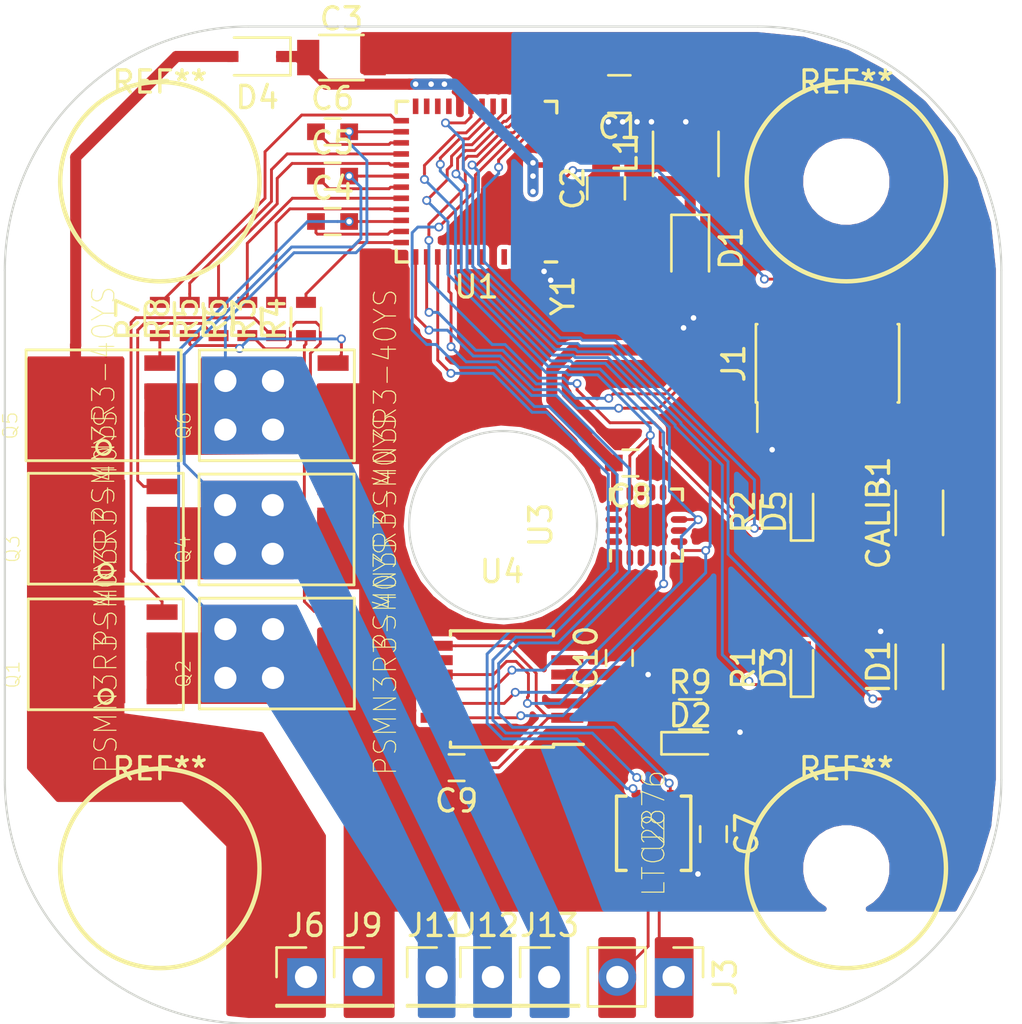
<source format=kicad_pcb>
(kicad_pcb (version 4) (host pcbnew 4.0.6)
  (layers (0 F.Cu signal) (31 B.Cu signal) (34 B.Paste user hide) (35 F.Paste user hide) (36 B.SilkS user) (37 F.SilkS user) (38 B.Mask user) (39 F.Mask user) (44 Edge.Cuts user))
  (net 0 "")
  (net 1 +3V3)
  (net 2 Earth)
  (net 3 "Net-(C2-Pad2)")
  (net 4 VM)
  (net 5 O1)
  (net 6 BOOT1)
  (net 7 O2)
  (net 8 BOOT2)
  (net 9 O3)
  (net 10 BOOT3)
  (net 11 "Net-(D1-Pad1)")
  (net 12 "Net-(D2-Pad1)")
  (net 13 "Net-(D3-Pad2)")
  (net 14 +12V)
  (net 15 "Net-(D5-Pad2)")
  (net 16 NRST)
  (net 17 SWDCLK)
  (net 18 SWDIO)
  (net 19 MOSI)
  (net 20 MISO)
  (net 21 SCK)
  (net 22 CS)
  (net 23 RS-B)
  (net 24 RS-A)
  (net 25 "Net-(Q1-Pad4)")
  (net 26 "Net-(Q2-Pad4)")
  (net 27 "Net-(Q3-Pad4)")
  (net 28 "Net-(Q4-Pad4)")
  (net 29 "Net-(Q5-Pad4)")
  (net 30 "Net-(Q6-Pad4)")
  (net 31 H1)
  (net 32 L1)
  (net 33 H2)
  (net 34 L2)
  (net 35 H3)
  (net 36 L3)
  (net 37 "Net-(U1-Pad4)")
  (net 38 "Net-(U1-Pad5)")
  (net 39 DE)
  (net 40 TX)
  (net 41 RX)
  (net 42 "Net-(CALIB1-Pad1)")
  (net 43 "Net-(ID1-Pad1)")
  (net 44 "Net-(R1-Pad1)")
  (net 45 "Net-(R2-Pad1)")
  (net 46 "Net-(C9-Pad1)")
  (module Mounting_Holes:MountingHole_3.5mm (layer F.Cu) (at 81 81)
    (fp_text reference REF** (at 0 -4.5) (layer F.SilkS))
    (fp_text value MountingHole_3.5mm)
    (pad 1 np_thru_hole circle (at 0 0) (size 3.5 3.5) (drill 3.5) (layers *.Cu *.Mask))
  )
  (module Mounting_Holes:MountingHole_3.5mm (layer F.Cu) (at 50 81)
    (fp_text reference REF** (at 0 -4.5) (layer F.SilkS))
    (fp_text value MountingHole_3.5mm)
    (pad 1 np_thru_hole circle (at 0 0) (size 3.5 3.5) (drill 3.5) (layers *.Cu *.Mask))
  )
  (module Mounting_Holes:MountingHole_3.5mm (layer F.Cu) (at 81 50)
    (fp_text reference REF** (at 0 -4.5) (layer F.SilkS))
    (fp_text value MountingHole_3.5mm)
    (pad 1 np_thru_hole circle (at 0 0) (size 3.5 3.5) (drill 3.5) (layers *.Cu *.Mask))
  )
  (module Capacitors_SMD:C_0805 (layer F.Cu) (at 70.75 46.05 180)
    (fp_text reference C1 (at 0 -1.5 180) (layer F.SilkS))
    (fp_text value 100uF)
    (pad 1 smd rect (at -1 0 180) (size 1 1.25) (layers F.Cu F.Paste F.Mask) (net 1 +3V3))
    (pad 2 smd rect (at 1 0 180) (size 1 1.25) (layers F.Cu F.Paste F.Mask) (net 2 Earth))
  )
  (module Capacitors_SMD:C_0805 (layer F.Cu) (at 70.15 50.3 90)
    (fp_text reference C2 (at 0 -1.5 90) (layer F.SilkS))
    (fp_text value 22uF)
    (pad 1 smd rect (at -1 0 90) (size 1 1.25) (layers F.Cu F.Paste F.Mask) (net 2 Earth))
    (pad 2 smd rect (at 1 0 90) (size 1 1.25) (layers F.Cu F.Paste F.Mask) (net 3 "Net-(C2-Pad2)"))
  )
  (module Capacitors_SMD:C_0603 (layer F.Cu) (at 57.8 51.8)
    (fp_text reference C4 (at 0 -1.5) (layer F.SilkS))
    (fp_text value 1uF)
    (pad 2 smd rect (at 0.75 0) (size 0.8 0.75) (layers F.Cu F.Paste F.Mask) (net 5 O1))
    (pad 1 smd rect (at -0.75 0) (size 0.8 0.75) (layers F.Cu F.Paste F.Mask) (net 6 BOOT1))
  )
  (module Capacitors_SMD:C_0603 (layer F.Cu) (at 57.8 49.75)
    (fp_text reference C5 (at 0 -1.5) (layer F.SilkS))
    (fp_text value 1uF)
    (pad 2 smd rect (at 0.75 0) (size 0.8 0.75) (layers F.Cu F.Paste F.Mask) (net 7 O2))
    (pad 1 smd rect (at -0.75 0) (size 0.8 0.75) (layers F.Cu F.Paste F.Mask) (net 8 BOOT2))
  )
  (module Capacitors_SMD:C_0603 (layer F.Cu) (at 57.8 47.75)
    (fp_text reference C6 (at 0 -1.5) (layer F.SilkS))
    (fp_text value 1uF)
    (pad 2 smd rect (at 0.75 0) (size 0.8 0.75) (layers F.Cu F.Paste F.Mask) (net 9 O3))
    (pad 1 smd rect (at -0.75 0) (size 0.8 0.75) (layers F.Cu F.Paste F.Mask) (net 10 BOOT3))
  )
  (module Capacitors_SMD:C_0603 (layer F.Cu) (at 75 79.45 270)
    (fp_text reference C7 (at 0 -1.5 270) (layer F.SilkS))
    (fp_text value 1uF)
    (pad 2 smd rect (at 0.75 0 270) (size 0.8 0.75) (layers F.Cu F.Paste F.Mask) (net 1 +3V3))
    (pad 1 smd rect (at -0.75 0 270) (size 0.8 0.75) (layers F.Cu F.Paste F.Mask) (net 2 Earth))
  )
  (module Capacitors_SMD:C_0603 (layer F.Cu) (at 71.25 62.7 180)
    (fp_text reference C8 (at 0 -1.5 180) (layer F.SilkS))
    (fp_text value 0.1uF)
    (pad 2 smd rect (at 0.75 0 180) (size 0.8 0.75) (layers F.Cu F.Paste F.Mask) (net 1 +3V3))
    (pad 1 smd rect (at -0.75 0 180) (size 0.8 0.75) (layers F.Cu F.Paste F.Mask) (net 2 Earth))
  )
  (module Resistors_SMD:R_1206 (layer F.Cu) (at 84.3 64.95 90)
    (fp_text reference CALIB1 (at 0 -1.85 90) (layer F.SilkS))
    (fp_text value CALIB)
    (pad 1 smd rect (at -1.45 0 90) (size 0.9 1.7) (layers F.Cu F.Paste F.Mask) (net 42 "Net-(CALIB1-Pad1)"))
    (pad 2 smd rect (at 1.45 0 90) (size 0.9 1.7) (layers F.Cu F.Paste F.Mask) (net 1 +3V3))
  )
  (module Diodes_SMD:D_SOD-323F (layer F.Cu) (at 73.95 53 270)
    (fp_text reference D1 (at 0 -1.85 270) (layer F.SilkS))
    (fp_text value CD0603-B0340R)
    (pad 1 smd rect (at -1.1 0 270) (size 0.5 0.5) (layers F.Cu F.Paste F.Mask) (net 11 "Net-(D1-Pad1)"))
    (pad 2 smd rect (at 1.1 0 270) (size 0.5 0.5) (layers F.Cu F.Paste F.Mask) (net 2 Earth))
  )
  (module LEDs:LED_0603 (layer F.Cu) (at 73.95 75.35)
    (fp_text reference D2 (at 0 -1.25) (layer F.SilkS))
    (fp_text value CD0603-B0340R)
    (pad 2 smd rect (at 0.8 0 180) (size 0.8 0.8) (layers F.Cu F.Paste F.Mask) (net 1 +3V3))
    (pad 1 smd rect (at -0.8 0 180) (size 0.8 0.8) (layers F.Cu F.Paste F.Mask) (net 12 "Net-(D2-Pad1)"))
  )
  (module LEDs:LED_0603 (layer F.Cu) (at 79 71.95 90)
    (fp_text reference D3 (at 0 -1.25 90) (layer F.SilkS))
    (fp_text value ID)
    (pad 2 smd rect (at 0.8 0 270) (size 0.8 0.8) (layers F.Cu F.Paste F.Mask) (net 13 "Net-(D3-Pad2)"))
    (pad 1 smd rect (at -0.8 0 270) (size 0.8 0.8) (layers F.Cu F.Paste F.Mask) (net 2 Earth))
  )
  (module Diodes_SMD:D_SOD-323F (layer F.Cu) (at 54.4 44.35 180)
    (fp_text reference D4 (at 0 -1.85 180) (layer F.SilkS))
    (fp_text value D)
    (pad 1 smd rect (at -1.1 0 180) (size 0.5 0.5) (layers F.Cu F.Paste F.Mask) (net 4 VM))
    (pad 2 smd rect (at 1.1 0 180) (size 0.5 0.5) (layers F.Cu F.Paste F.Mask) (net 14 +12V))
  )
  (module LEDs:LED_0603 (layer F.Cu) (at 79 64.9 90)
    (fp_text reference D5 (at 0 -1.25 90) (layer F.SilkS))
    (fp_text value CALIB)
    (pad 2 smd rect (at 0.8 0 270) (size 0.8 0.8) (layers F.Cu F.Paste F.Mask) (net 15 "Net-(D5-Pad2)"))
    (pad 1 smd rect (at -0.8 0 270) (size 0.8 0.8) (layers F.Cu F.Paste F.Mask) (net 2 Earth))
  )
  (module Resistors_SMD:R_1206 (layer F.Cu) (at 84.3 71.9 90)
    (fp_text reference ID1 (at 0 -1.85 90) (layer F.SilkS))
    (fp_text value ID)
    (pad 1 smd rect (at -1.45 0 90) (size 0.9 1.7) (layers F.Cu F.Paste F.Mask) (net 43 "Net-(ID1-Pad1)"))
    (pad 2 smd rect (at 1.45 0 90) (size 0.9 1.7) (layers F.Cu F.Paste F.Mask) (net 1 +3V3))
  )
  (module Pin_Headers:Pin_Header_Straight_1x02_Pitch2.54mm (layer F.Cu) (at 73.2 85.9 270)
    (fp_text reference J3 (at 0 -2.33 270) (layer F.SilkS))
    (fp_text value RS485)
    (pad 1 thru_hole rect (at 0 0 270) (size 1.7 1.7) (drill 1) (layers *.Cu *.Mask) (net 23 RS-B))
    (pad 2 thru_hole oval (at 0 2.54 270) (size 1.7 1.7) (drill 1) (layers *.Cu *.Mask) (net 24 RS-A))
  )
  (module Pin_Headers:Pin_Header_Straight_1x01_Pitch2.54mm (layer F.Cu) (at 56.6 85.9)
    (fp_text reference J6 (at 0 -2.33) (layer F.SilkS))
    (fp_text value 12)
    (pad 1 thru_hole rect (at 0 0) (size 1.7 1.7) (drill 1) (layers *.Cu *.Mask) (net 14 +12V))
  )
  (module Pin_Headers:Pin_Header_Straight_1x01_Pitch2.54mm (layer F.Cu) (at 59.2 85.9)
    (fp_text reference J9 (at 0 -2.33) (layer F.SilkS))
    (fp_text value GND)
    (pad 1 thru_hole rect (at 0 0) (size 1.7 1.7) (drill 1) (layers *.Cu *.Mask) (net 2 Earth))
  )
  (module Pin_Headers:Pin_Header_Straight_1x01_Pitch2.54mm (layer F.Cu) (at 62.5 85.9)
    (fp_text reference J11 (at 0 -2.33) (layer F.SilkS))
    (fp_text value V)
    (pad 1 thru_hole rect (at 0 0) (size 1.7 1.7) (drill 1) (layers *.Cu *.Mask) (net 5 O1))
  )
  (module Pin_Headers:Pin_Header_Straight_1x01_Pitch2.54mm (layer F.Cu) (at 64.9 85.9)
    (fp_text reference J12 (at 0 -2.33) (layer F.SilkS))
    (fp_text value U)
    (pad 1 thru_hole rect (at 0.14 0) (size 1.7 1.7) (drill 1) (layers *.Cu *.Mask) (net 7 O2))
  )
  (module Pin_Headers:Pin_Header_Straight_1x01_Pitch2.54mm (layer F.Cu) (at 67.6 85.9)
    (fp_text reference J13 (at 0 -2.33) (layer F.SilkS))
    (fp_text value W)
    (pad 1 thru_hole rect (at -0.02 0) (size 1.7 1.7) (drill 1) (layers *.Cu *.Mask) (net 9 O3))
  )
  (module Inductors_SMD:L_1210 (layer F.Cu) (at 73.75 48.75 90)
    (fp_text reference L1 (at 0 -2.7 90) (layer F.SilkS))
    (fp_text value 22uH)
    (pad 1 smd rect (at -1.45 0 90) (size 0.9 2.5) (layers F.Cu F.Paste F.Mask) (net 11 "Net-(D1-Pad1)"))
    (pad 2 smd rect (at 1.45 0 90) (size 0.9 2.5) (layers F.Cu F.Paste F.Mask) (net 1 +3V3))
  )
  (module Dizzy:PSMN3R3-40YS (layer F.Cu) (at 47.56 71.335 90)
    (fp_text reference Q1 (at -0.9144 -4.2164 90) (layer F.SilkS) (effects (font (size 0.64 0.64) (thickness 0.05))))
    (fp_text value PSMN3R3-40YS (at 0 0 90) (layer F.SilkS) (effects (font (size 1 0.9) (thickness 0.05))))
    (pad 1 smd rect (at -1.905 2.54) (size 1.4 0.7) (layers F.Cu F.Paste F.Mask) (net 5 O1))
    (pad 2 smd rect (at -0.635 2.54) (size 1.4 0.7) (layers F.Cu F.Paste F.Mask) (net 5 O1))
    (pad 3 smd rect (at 0.635 2.54) (size 1.4 0.7) (layers F.Cu F.Paste F.Mask) (net 5 O1))
    (pad 4 smd rect (at 1.905 2.54) (size 1.4 0.7) (layers F.Cu F.Paste F.Mask) (net 25 "Net-(Q1-Pad4)"))
    (pad 5678 smd rect (at 0 -1.27) (size 4.3 4.41) (layers F.Cu F.Paste F.Mask) (net 14 +12V))
  )
  (module Dizzy:PSMN3R3-40YS (layer F.Cu) (at 47.56 65.665 90)
    (fp_text reference Q3 (at -0.9144 -4.2164 90) (layer F.SilkS) (effects (font (size 0.64 0.64) (thickness 0.05))))
    (fp_text value PSMN3R3-40YS (at 0 0 90) (layer F.SilkS) (effects (font (size 1 0.9) (thickness 0.05))))
    (pad 1 smd rect (at -1.905 2.54) (size 1.4 0.7) (layers F.Cu F.Paste F.Mask) (net 7 O2))
    (pad 2 smd rect (at -0.635 2.54) (size 1.4 0.7) (layers F.Cu F.Paste F.Mask) (net 7 O2))
    (pad 3 smd rect (at 0.635 2.54) (size 1.4 0.7) (layers F.Cu F.Paste F.Mask) (net 7 O2))
    (pad 4 smd rect (at 1.905 2.54) (size 1.4 0.7) (layers F.Cu F.Paste F.Mask) (net 27 "Net-(Q3-Pad4)"))
    (pad 5678 smd rect (at 0 -1.27) (size 4.3 4.41) (layers F.Cu F.Paste F.Mask) (net 14 +12V))
  )
  (module Dizzy:PSMN3R3-40YS (layer F.Cu) (at 47.46 60.095 90)
    (fp_text reference Q5 (at -0.9144 -4.2164 90) (layer F.SilkS) (effects (font (size 0.64 0.64) (thickness 0.05))))
    (fp_text value PSMN3R3-40YS (at 0 0 90) (layer F.SilkS) (effects (font (size 1 0.9) (thickness 0.05))))
    (pad 1 smd rect (at -1.905 2.54) (size 1.4 0.7) (layers F.Cu F.Paste F.Mask) (net 9 O3))
    (pad 2 smd rect (at -0.635 2.54) (size 1.4 0.7) (layers F.Cu F.Paste F.Mask) (net 9 O3))
    (pad 3 smd rect (at 0.635 2.54) (size 1.4 0.7) (layers F.Cu F.Paste F.Mask) (net 9 O3))
    (pad 4 smd rect (at 1.905 2.54) (size 1.4 0.7) (layers F.Cu F.Paste F.Mask) (net 29 "Net-(Q5-Pad4)"))
    (pad 5678 smd rect (at 0 -1.27) (size 4.3 4.41) (layers F.Cu F.Paste F.Mask) (net 14 +12V))
  )
  (module Resistors_SMD:R_0603 (layer F.Cu) (at 77.8 71.95 90)
    (fp_text reference R1 (at 0 -1.45 90) (layer F.SilkS))
    (fp_text value 320)
    (pad 1 smd rect (at -0.75 0 90) (size 0.5 0.9) (layers F.Cu F.Paste F.Mask) (net 44 "Net-(R1-Pad1)"))
    (pad 2 smd rect (at 0.75 0 90) (size 0.5 0.9) (layers F.Cu F.Paste F.Mask) (net 13 "Net-(D3-Pad2)"))
  )
  (module Resistors_SMD:R_0603 (layer F.Cu) (at 77.8 64.9 90)
    (fp_text reference R2 (at 0 -1.45 90) (layer F.SilkS))
    (fp_text value 320)
    (pad 1 smd rect (at -0.75 0 90) (size 0.5 0.9) (layers F.Cu F.Paste F.Mask) (net 45 "Net-(R2-Pad1)"))
    (pad 2 smd rect (at 0.75 0 90) (size 0.5 0.9) (layers F.Cu F.Paste F.Mask) (net 15 "Net-(D5-Pad2)"))
  )
  (module Resistors_SMD:R_0603 (layer F.Cu) (at 55.25 56.2 90)
    (fp_text reference R3 (at 0 -1.45 90) (layer F.SilkS))
    (fp_text value 10)
    (pad 1 smd rect (at -0.75 0 90) (size 0.5 0.9) (layers F.Cu F.Paste F.Mask) (net 25 "Net-(Q1-Pad4)"))
    (pad 2 smd rect (at 0.75 0 90) (size 0.5 0.9) (layers F.Cu F.Paste F.Mask) (net 31 H1))
  )
  (module Resistors_SMD:R_0603 (layer F.Cu) (at 56.6 56.2 90)
    (fp_text reference R4 (at 0 -1.45 90) (layer F.SilkS))
    (fp_text value 10)
    (pad 1 smd rect (at -0.75 0 90) (size 0.5 0.9) (layers F.Cu F.Paste F.Mask) (net 26 "Net-(Q2-Pad4)"))
    (pad 2 smd rect (at 0.75 0 90) (size 0.5 0.9) (layers F.Cu F.Paste F.Mask) (net 32 L1))
  )
  (module Resistors_SMD:R_0603 (layer F.Cu) (at 52.65 56.2 90)
    (fp_text reference R5 (at 0 -1.45 90) (layer F.SilkS))
    (fp_text value 10)
    (pad 1 smd rect (at -0.75 0 90) (size 0.5 0.9) (layers F.Cu F.Paste F.Mask) (net 27 "Net-(Q3-Pad4)"))
    (pad 2 smd rect (at 0.75 0 90) (size 0.5 0.9) (layers F.Cu F.Paste F.Mask) (net 33 H2))
  )
  (module Resistors_SMD:R_0603 (layer F.Cu) (at 53.95 56.2 90)
    (fp_text reference R6 (at 0 -1.45 90) (layer F.SilkS))
    (fp_text value 10)
    (pad 1 smd rect (at -0.75 0 90) (size 0.5 0.9) (layers F.Cu F.Paste F.Mask) (net 28 "Net-(Q4-Pad4)"))
    (pad 2 smd rect (at 0.75 0 90) (size 0.5 0.9) (layers F.Cu F.Paste F.Mask) (net 34 L2))
  )
  (module Resistors_SMD:R_0603 (layer F.Cu) (at 50 56.2 90)
    (fp_text reference R7 (at 0 -1.45 90) (layer F.SilkS))
    (fp_text value 10)
    (pad 1 smd rect (at -0.75 0 90) (size 0.5 0.9) (layers F.Cu F.Paste F.Mask) (net 29 "Net-(Q5-Pad4)"))
    (pad 2 smd rect (at 0.75 0 90) (size 0.5 0.9) (layers F.Cu F.Paste F.Mask) (net 35 H3))
  )
  (module Resistors_SMD:R_0603 (layer F.Cu) (at 51.35 56.2 90)
    (fp_text reference R8 (at 0 -1.45 90) (layer F.SilkS))
    (fp_text value 10)
    (pad 1 smd rect (at -0.75 0 90) (size 0.5 0.9) (layers F.Cu F.Paste F.Mask) (net 30 "Net-(Q6-Pad4)"))
    (pad 2 smd rect (at 0.75 0 90) (size 0.5 0.9) (layers F.Cu F.Paste F.Mask) (net 36 L3))
  )
  (module Resistors_SMD:R_0603 (layer F.Cu) (at 73.95 74.05)
    (fp_text reference R9 (at 0 -1.45) (layer F.SilkS))
    (fp_text value 320)
    (pad 1 smd rect (at -0.75 0) (size 0.5 0.9) (layers F.Cu F.Paste F.Mask) (net 12 "Net-(D2-Pad1)"))
    (pad 2 smd rect (at 0.75 0) (size 0.5 0.9) (layers F.Cu F.Paste F.Mask) (net 2 Earth))
  )
  (module Dizzy:STSPIN32-nopad (layer F.Cu) (at 64.3 50 180)
    (fp_text reference U1 (at 0 -4.75 180) (layer F.SilkS))
    (fp_text value STSPIN32F0)
    (pad 1 smd rect (at -3.4 -2.75 180) (size 0.7 0.25) (layers F.Cu F.Paste F.Mask))
    (pad 2 smd rect (at -3.4 -2.25 180) (size 0.7 0.25) (layers F.Cu F.Paste F.Mask))
    (pad 3 smd rect (at -3.4 -1.75 180) (size 0.7 0.25) (layers F.Cu F.Paste F.Mask))
    (pad 4 smd rect (at -3.4 -1.25 180) (size 0.7 0.25) (layers F.Cu F.Paste F.Mask) (net 37 "Net-(U1-Pad4)"))
    (pad 5 smd rect (at -3.4 -0.75 180) (size 0.7 0.25) (layers F.Cu F.Paste F.Mask) (net 38 "Net-(U1-Pad5)"))
    (pad 6 smd rect (at -3.4 -0.25 180) (size 0.7 0.25) (layers F.Cu F.Paste F.Mask) (net 3 "Net-(C2-Pad2)"))
    (pad 7 smd rect (at -3.4 0.25 180) (size 0.7 0.25) (layers F.Cu F.Paste F.Mask) (net 16 NRST))
    (pad 8 smd rect (at -3.4 0.75 180) (size 0.7 0.25) (layers F.Cu F.Paste F.Mask) (net 4 VM))
    (pad 9 smd rect (at -3.4 1.25 180) (size 0.7 0.25) (layers F.Cu F.Paste F.Mask) (net 11 "Net-(D1-Pad1)"))
    (pad 10 smd rect (at -3.4 1.75 180) (size 0.7 0.25) (layers F.Cu F.Paste F.Mask) (net 1 +3V3))
    (pad 11 smd rect (at -3.4 2.25 180) (size 0.7 0.25) (layers F.Cu F.Paste F.Mask) (net 45 "Net-(R2-Pad1)"))
    (pad 12 smd rect (at -3.4 2.75 180) (size 0.7 0.25) (layers F.Cu F.Paste F.Mask) (net 39 DE))
    (pad 13 smd rect (at -2.75 3.4 270) (size 0.7 0.25) (layers F.Cu F.Paste F.Mask) (net 43 "Net-(ID1-Pad1)"))
    (pad 14 smd rect (at -2.25 3.4 270) (size 0.7 0.25) (layers F.Cu F.Paste F.Mask) (net 42 "Net-(CALIB1-Pad1)"))
    (pad 15 smd rect (at -1.75 3.4 270) (size 0.7 0.25) (layers F.Cu F.Paste F.Mask) (net 22 CS))
    (pad 16 smd rect (at -1.25 3.4 270) (size 0.7 0.25) (layers F.Cu F.Paste F.Mask) (net 21 SCK))
    (pad 17 smd rect (at -0.75 3.4 270) (size 0.7 0.25) (layers F.Cu F.Paste F.Mask) (net 20 MISO))
    (pad 18 smd rect (at -0.25 3.4 270) (size 0.7 0.25) (layers F.Cu F.Paste F.Mask) (net 19 MOSI))
    (pad 19 smd rect (at 0.25 3.4 270) (size 0.7 0.25) (layers F.Cu F.Paste F.Mask) (net 44 "Net-(R1-Pad1)"))
    (pad 20 smd rect (at 0.75 3.4 270) (size 0.7 0.25) (layers F.Cu F.Paste F.Mask) (net 2 Earth))
    (pad 21 smd rect (at 1.25 3.4 270) (size 0.7 0.25) (layers F.Cu F.Paste F.Mask))
    (pad 22 smd rect (at 1.75 3.4 270) (size 0.7 0.25) (layers F.Cu F.Paste F.Mask))
    (pad 23 smd rect (at 2.25 3.4 270) (size 0.7 0.25) (layers F.Cu F.Paste F.Mask))
    (pad 24 smd rect (at 2.75 3.4 270) (size 0.7 0.25) (layers F.Cu F.Paste F.Mask))
    (pad 25 smd rect (at 3.4 2.75 180) (size 0.7 0.25) (layers F.Cu F.Paste F.Mask) (net 35 H3))
    (pad 26 smd rect (at 3.4 2.25 180) (size 0.7 0.25) (layers F.Cu F.Paste F.Mask) (net 9 O3))
    (pad 27 smd rect (at 3.4 1.75 180) (size 0.7 0.25) (layers F.Cu F.Paste F.Mask) (net 10 BOOT3))
    (pad 28 smd rect (at 3.4 1.25 180) (size 0.7 0.25) (layers F.Cu F.Paste F.Mask) (net 36 L3))
    (pad 29 smd rect (at 3.4 0.75 180) (size 0.7 0.25) (layers F.Cu F.Paste F.Mask) (net 33 H2))
    (pad 30 smd rect (at 3.4 0.25 180) (size 0.7 0.25) (layers F.Cu F.Paste F.Mask) (net 7 O2))
    (pad 31 smd rect (at 3.4 -0.25 180) (size 0.7 0.25) (layers F.Cu F.Paste F.Mask) (net 8 BOOT2))
    (pad 32 smd rect (at 3.4 -0.75 180) (size 0.7 0.25) (layers F.Cu F.Paste F.Mask) (net 34 L2))
    (pad 33 smd rect (at 3.4 -1.25 180) (size 0.7 0.25) (layers F.Cu F.Paste F.Mask) (net 31 H1))
    (pad 34 smd rect (at 3.4 -1.75 180) (size 0.7 0.25) (layers F.Cu F.Paste F.Mask) (net 5 O1))
    (pad 35 smd rect (at 3.4 -2.25 180) (size 0.7 0.25) (layers F.Cu F.Paste F.Mask) (net 6 BOOT1))
    (pad 36 smd rect (at 3.4 -2.75 180) (size 0.7 0.25) (layers F.Cu F.Paste F.Mask) (net 32 L1))
    (pad 37 smd rect (at 2.75 -3.4 270) (size 0.7 0.25) (layers F.Cu F.Paste F.Mask) (net 18 SWDIO))
    (pad 38 smd rect (at 2.25 -3.4 270) (size 0.7 0.25) (layers F.Cu F.Paste F.Mask) (net 17 SWDCLK))
    (pad 39 smd rect (at 1.75 -3.4 270) (size 0.7 0.25) (layers F.Cu F.Paste F.Mask) (net 40 TX))
    (pad 40 smd rect (at 1.25 -3.4 270) (size 0.7 0.25) (layers F.Cu F.Paste F.Mask) (net 41 RX))
    (pad 41 smd rect (at 0.75 -3.4 270) (size 0.7 0.25) (layers F.Cu F.Paste F.Mask))
    (pad 42 smd rect (at 0.25 -3.4 270) (size 0.7 0.25) (layers F.Cu F.Paste F.Mask))
    (pad 43 smd rect (at -0.25 -3.4 270) (size 0.7 0.25) (layers F.Cu F.Paste F.Mask))
    (pad 44 smd rect (at -0.75 -3.4 270) (size 0.7 0.25) (layers F.Cu F.Paste F.Mask) (net 2 Earth))
    (pad 45 smd rect (at -1.25 -3.4 270) (size 0.7 0.25) (layers F.Cu F.Paste F.Mask))
    (pad 46 smd rect (at -1.75 -3.4 270) (size 0.7 0.25) (layers F.Cu F.Paste F.Mask))
    (pad 47 smd rect (at -2.25 -3.4 270) (size 0.7 0.25) (layers F.Cu F.Paste F.Mask))
    (pad 48 smd rect (at -2.75 -3.4 270) (size 0.7 0.25) (layers F.Cu F.Paste F.Mask) (net 1 +3V3))
    (pad 49 smd rect (at -0.7 -0.8 180) (size 1 1) (layers F.Cu F.Paste F.Mask) (net 2 Earth))
  )
  (module Dizzy:LTC2876 (layer F.Cu) (at 72.3 79.4113 270)
    (fp_text reference U2 (at 0 0 270) (layer F.SilkS) (effects (font (size 1 0.9) (thickness 0.05))))
    (fp_text value LTC2876 (at 0 0 270) (layer F.SilkS) (effects (font (size 1 0.9) (thickness 0.05))))
    (pad 1 smd rect (at -1.5113 -0.75 270) (size 0.889 0.3048) (layers F.Cu F.Paste F.Mask) (net 41 RX))
    (pad 2 smd rect (at -1.5113 -0.25 270) (size 0.889 0.3048) (layers F.Cu F.Paste F.Mask) (net 2 Earth))
    (pad 3 smd rect (at -1.5113 0.25 270) (size 0.889 0.3048) (layers F.Cu F.Paste F.Mask) (net 39 DE))
    (pad 4 smd rect (at -1.5113 0.75 270) (size 0.889 0.3048) (layers F.Cu F.Paste F.Mask) (net 40 TX))
    (pad 5 smd rect (at 1.5113 0.75 270) (size 0.889 0.3048) (layers F.Cu F.Paste F.Mask) (net 2 Earth))
    (pad 6 smd rect (at 1.5113 0.25 270) (size 0.889 0.3048) (layers F.Cu F.Paste F.Mask) (net 24 RS-A))
    (pad 7 smd rect (at 1.5113 -0.25 270) (size 0.889 0.3048) (layers F.Cu F.Paste F.Mask) (net 23 RS-B))
    (pad 8 smd rect (at 1.5113 -0.75 270) (size 0.889 0.3048) (layers F.Cu F.Paste F.Mask) (net 1 +3V3))
    (pad 9 smd rect (at 0 0.1 270) (size 0.6 2) (layers F.Cu F.Paste F.Mask) (net 2 Earth))
  )
  (module Housings_DFN_QFN:QFN-16-1EP_3x3mm_Pitch0.5mm (layer F.Cu) (at 71.975 65.5 90)
    (fp_text reference U3 (at 0 -4.775 90) (layer F.SilkS))
    (fp_text value MA700)
    (pad 1 smd oval (at -1.475 -0.75 90) (size 0.75 0.3) (layers F.Cu F.Paste F.Mask))
    (pad 2 smd oval (at -1.475 -0.25 90) (size 0.75 0.3) (layers F.Cu F.Paste F.Mask))
    (pad 3 smd oval (at -1.475 0.25 90) (size 0.75 0.3) (layers F.Cu F.Paste F.Mask))
    (pad 4 smd oval (at -1.475 0.75 90) (size 0.75 0.3) (layers F.Cu F.Paste F.Mask) (net 19 MOSI))
    (pad 5 smd oval (at -0.75 1.475 180) (size 0.75 0.3) (layers F.Cu F.Paste F.Mask) (net 22 CS))
    (pad 6 smd oval (at -0.25 1.475 180) (size 0.75 0.3) (layers F.Cu F.Paste F.Mask))
    (pad 7 smd oval (at 0.25 1.475 180) (size 0.75 0.3) (layers F.Cu F.Paste F.Mask) (net 20 MISO))
    (pad 8 smd oval (at 0.75 1.475 180) (size 0.75 0.3) (layers F.Cu F.Paste F.Mask) (net 2 Earth))
    (pad 9 smd oval (at 1.475 0.75 90) (size 0.75 0.3) (layers F.Cu F.Paste F.Mask))
    (pad 10 smd oval (at 1.475 0.25 90) (size 0.75 0.3) (layers F.Cu F.Paste F.Mask))
    (pad 11 smd oval (at 1.475 -0.25 90) (size 0.75 0.3) (layers F.Cu F.Paste F.Mask))
    (pad 12 smd oval (at 1.475 -0.75 90) (size 0.75 0.3) (layers F.Cu F.Paste F.Mask) (net 21 SCK))
    (pad 13 smd oval (at 0.75 -1.475 180) (size 0.75 0.3) (layers F.Cu F.Paste F.Mask) (net 1 +3V3))
    (pad 14 smd oval (at 0.25 -1.475 180) (size 0.75 0.3) (layers F.Cu F.Paste F.Mask))
    (pad 15 smd oval (at -0.25 -1.475 180) (size 0.75 0.3) (layers F.Cu F.Paste F.Mask))
    (pad 16 smd oval (at -0.75 -1.475 180) (size 0.75 0.3) (layers F.Cu F.Paste F.Mask))
    (pad 17 smd rect (at 0.45 0.45 90) (size 0.9 0.9) (layers F.Cu F.Paste F.Mask) (net 2 Earth))
    (pad 17 smd rect (at 0.45 -0.45 90) (size 0.9 0.9) (layers F.Cu F.Paste F.Mask) (net 2 Earth))
    (pad 17 smd rect (at -0.45 0.45 90) (size 0.9 0.9) (layers F.Cu F.Paste F.Mask) (net 2 Earth))
    (pad 17 smd rect (at -0.45 -0.45 90) (size 0.9 0.9) (layers F.Cu F.Paste F.Mask) (net 2 Earth))
  )
  (module Dizzy:Oscillator (layer F.Cu) (at 67.7 55.15 90)
    (fp_text reference Y1 (at 0 0.5 90) (layer F.SilkS))
    (fp_text value 8Mhz)
    (pad 1 smd rect (at 0 2.3 90) (size 0.4 1.4) (layers F.Cu F.Paste F.Mask) (net 37 "Net-(U1-Pad4)"))
    (pad 2 smd rect (at 1.2 2.3 90) (size 0.4 1.4) (layers F.Cu F.Paste F.Mask) (net 2 Earth))
    (pad 3 smd rect (at 2.4 2.3 90) (size 0.4 1.4) (layers F.Cu F.Paste F.Mask) (net 38 "Net-(U1-Pad5)"))
  )
  (module Mounting_Holes:MountingHole_3.5mm (layer F.Cu) (at 50 50)
    (fp_text reference REF** (at 0 -4.5) (layer F.SilkS))
    (fp_text value MountingHole_3.5mm)
    (pad 1 np_thru_hole circle (at 0 0) (size 3.5 3.5) (drill 3.5) (layers *.Cu *.Mask))
  )
  (module Capacitors_SMD:C_1206 (layer F.Cu) (at 58.2 44.4)
    (fp_text reference C3 (at 0 -1.75) (layer F.SilkS))
    (fp_text value 1uF)
    (pad 1 smd rect (at -1.5 0) (size 1 1.6) (layers F.Cu F.Paste F.Mask) (net 4 VM))
    (pad 2 smd rect (at 1.5 0) (size 1 1.6) (layers F.Cu F.Paste F.Mask) (net 2 Earth))
  )
  (module Capacitors_SMD:C_0603 (layer F.Cu) (at 63.4 76.45 180)
    (fp_text reference C9 (at 0 -1.5 180) (layer F.SilkS))
    (fp_text value 0.1uF)
    (pad 2 smd rect (at 0.75 0 180) (size 0.8 0.75) (layers F.Cu F.Paste F.Mask) (net 2 Earth))
    (pad 1 smd rect (at -0.75 0 180) (size 0.8 0.75) (layers F.Cu F.Paste F.Mask) (net 46 "Net-(C9-Pad1)"))
  )
  (module Capacitors_SMD:C_0603 (layer F.Cu) (at 70.75 71.5 90)
    (fp_text reference C10 (at 0 -1.5 90) (layer F.SilkS))
    (fp_text value 0.1uF)
    (pad 2 smd rect (at 0.75 0 90) (size 0.8 0.75) (layers F.Cu F.Paste F.Mask) (net 2 Earth))
    (pad 1 smd rect (at -0.75 0 90) (size 0.8 0.75) (layers F.Cu F.Paste F.Mask) (net 1 +3V3))
  )
  (module Housings_SSOP:TSSOP-14_4.4x5mm_Pitch0.65mm (layer F.Cu) (at 65.45 72.9 180)
    (fp_text reference U4 (at 0 5.3 180) (layer F.SilkS))
    (fp_text value A1335)
    (pad 1 smd rect (at -2.95 -1.95 180) (size 1.45 0.45) (layers F.Cu F.Paste F.Mask) (net 2 Earth))
    (pad 2 smd rect (at -2.95 -1.3 180) (size 1.45 0.45) (layers F.Cu F.Paste F.Mask) (net 46 "Net-(C9-Pad1)"))
    (pad 3 smd rect (at -2.95 -0.65 180) (size 1.45 0.45) (layers F.Cu F.Paste F.Mask) (net 2 Earth))
    (pad 4 smd rect (at -2.95 0 180) (size 1.45 0.45) (layers F.Cu F.Paste F.Mask))
    (pad 5 smd rect (at -2.95 0.65 180) (size 1.45 0.45) (layers F.Cu F.Paste F.Mask) (net 1 +3V3))
    (pad 6 smd rect (at -2.95 1.3 180) (size 1.45 0.45) (layers F.Cu F.Paste F.Mask))
    (pad 7 smd rect (at -2.95 1.95 180) (size 1.45 0.45) (layers F.Cu F.Paste F.Mask) (net 2 Earth))
    (pad 8 smd rect (at 2.95 1.95 180) (size 1.45 0.45) (layers F.Cu F.Paste F.Mask) (net 46 "Net-(C9-Pad1)"))
    (pad 9 smd rect (at 2.95 1.3 180) (size 1.45 0.45) (layers F.Cu F.Paste F.Mask))
    (pad 10 smd rect (at 2.95 0.65 180) (size 1.45 0.45) (layers F.Cu F.Paste F.Mask) (net 20 MISO))
    (pad 11 smd rect (at 2.95 0 180) (size 1.45 0.45) (layers F.Cu F.Paste F.Mask) (net 21 SCK))
    (pad 12 smd rect (at 2.95 -0.65 180) (size 1.45 0.45) (layers F.Cu F.Paste F.Mask) (net 19 MOSI))
    (pad 13 smd rect (at 2.95 -1.3 180) (size 1.45 0.45) (layers F.Cu F.Paste F.Mask) (net 22 CS))
    (pad 14 smd rect (at 2.95 -1.95 180) (size 1.45 0.45) (layers F.Cu F.Paste F.Mask) (net 2 Earth))
  )
  (module Dizzy:PSMN3R3-40YS-vias (layer F.Cu) (at 55.283935 71.3 90)
    (fp_text reference Q2 (at -0.9144 -4.2164 90) (layer F.SilkS) (effects (font (size 0.64 0.64) (thickness 0.05))))
    (fp_text value PSMN3R3-40YS (at -0.125 4.9 90) (layer F.SilkS) (effects (font (size 1 0.9) (thickness 0.05))))
    (pad 1 smd rect (at -1.905 2.54) (size 1.4 0.7) (layers F.Cu F.Paste F.Mask) (net 2 Earth))
    (pad 2 smd rect (at -0.635 2.54) (size 1.4 0.7) (layers F.Cu F.Paste F.Mask) (net 2 Earth))
    (pad 3 smd rect (at 0.635 2.54) (size 1.4 0.7) (layers F.Cu F.Paste F.Mask) (net 2 Earth))
    (pad 4 smd rect (at 1.905 2.54) (size 1.4 0.7) (layers F.Cu F.Paste F.Mask) (net 26 "Net-(Q2-Pad4)"))
    (pad 5678 thru_hole rect (at -1.1 -2.325 180) (size 2.15 2.2) (drill 1) (layers *.Cu *.Paste *.Mask) (net 5 O1))
    (pad 5678 thru_hole rect (at 1.1 -2.325 180) (size 2.15 2.2) (drill 1) (layers *.Cu *.Paste *.Mask) (net 5 O1))
    (pad 5678 thru_hole rect (at -1.1 -0.175 180) (size 2.15 2.2) (drill 1) (layers *.Cu *.Paste *.Mask) (net 5 O1))
    (pad 5678 thru_hole rect (at 1.1 -0.175 180) (size 2.15 2.2) (drill 1) (layers *.Cu *.Paste *.Mask) (net 5 O1))
  )
  (module Dizzy:PSMN3R3-40YS-vias (layer F.Cu) (at 55.27 65.7 90)
    (fp_text reference Q4 (at -0.9144 -4.2164 90) (layer F.SilkS) (effects (font (size 0.64 0.64) (thickness 0.05))))
    (fp_text value PSMN3R3-40YS (at -0.125 4.9 90) (layer F.SilkS) (effects (font (size 1 0.9) (thickness 0.05))))
    (pad 1 smd rect (at -1.905 2.54) (size 1.4 0.7) (layers F.Cu F.Paste F.Mask) (net 2 Earth))
    (pad 2 smd rect (at -0.635 2.54) (size 1.4 0.7) (layers F.Cu F.Paste F.Mask) (net 2 Earth))
    (pad 3 smd rect (at 0.635 2.54) (size 1.4 0.7) (layers F.Cu F.Paste F.Mask) (net 2 Earth))
    (pad 4 smd rect (at 1.905 2.54) (size 1.4 0.7) (layers F.Cu F.Paste F.Mask) (net 28 "Net-(Q4-Pad4)"))
    (pad 5678 thru_hole rect (at -1.1 -2.325 180) (size 2.15 2.2) (drill 1) (layers *.Cu *.Paste *.Mask) (net 7 O2))
    (pad 5678 thru_hole rect (at 1.1 -2.325 180) (size 2.15 2.2) (drill 1) (layers *.Cu *.Paste *.Mask) (net 7 O2))
    (pad 5678 thru_hole rect (at -1.1 -0.175 180) (size 2.15 2.2) (drill 1) (layers *.Cu *.Paste *.Mask) (net 7 O2))
    (pad 5678 thru_hole rect (at 1.1 -0.175 180) (size 2.15 2.2) (drill 1) (layers *.Cu *.Paste *.Mask) (net 7 O2))
  )
  (module Dizzy:PSMN3R3-40YS-vias (layer F.Cu) (at 55.283935 60.095 90)
    (fp_text reference Q6 (at -0.9144 -4.2164 90) (layer F.SilkS) (effects (font (size 0.64 0.64) (thickness 0.05))))
    (fp_text value PSMN3R3-40YS (at -0.125 4.9 90) (layer F.SilkS) (effects (font (size 1 0.9) (thickness 0.05))))
    (pad 1 smd rect (at -1.905 2.54) (size 1.4 0.7) (layers F.Cu F.Paste F.Mask) (net 2 Earth))
    (pad 2 smd rect (at -0.635 2.54) (size 1.4 0.7) (layers F.Cu F.Paste F.Mask) (net 2 Earth))
    (pad 3 smd rect (at 0.635 2.54) (size 1.4 0.7) (layers F.Cu F.Paste F.Mask) (net 2 Earth))
    (pad 4 smd rect (at 1.905 2.54) (size 1.4 0.7) (layers F.Cu F.Paste F.Mask) (net 30 "Net-(Q6-Pad4)"))
    (pad 5678 thru_hole rect (at -1.1 -2.325 180) (size 2.15 2.2) (drill 1) (layers *.Cu *.Paste *.Mask) (net 9 O3))
    (pad 5678 thru_hole rect (at 1.1 -2.325 180) (size 2.15 2.2) (drill 1) (layers *.Cu *.Paste *.Mask) (net 9 O3))
    (pad 5678 thru_hole rect (at -1.1 -0.175 180) (size 2.15 2.2) (drill 1) (layers *.Cu *.Paste *.Mask) (net 9 O3))
    (pad 5678 thru_hole rect (at 1.1 -0.175 180) (size 2.15 2.2) (drill 1) (layers *.Cu *.Paste *.Mask) (net 9 O3))
  )
  (module Pin_Headers:Pin_Header_Straight_2x05_Pitch1.27mm_SMD (layer F.Cu) (at 80.15 58.2 90)
    (fp_text reference J1 (at 0 -4.235 90) (layer F.SilkS))
    (fp_text value CONN_02X05)
    (pad 1 smd rect (at -1.95 -2.54 90) (size 2.4 0.74) (layers F.Cu F.Paste F.Mask) (net 1 +3V3))
    (pad 2 smd rect (at 1.95 -2.54 90) (size 2.4 0.74) (layers F.Cu F.Paste F.Mask) (net 18 SWDIO))
    (pad 3 smd rect (at -1.95 -1.27 90) (size 2.4 0.74) (layers F.Cu F.Paste F.Mask) (net 2 Earth))
    (pad 4 smd rect (at 1.95 -1.27 90) (size 2.4 0.74) (layers F.Cu F.Paste F.Mask) (net 17 SWDCLK))
    (pad 5 smd rect (at -1.95 0 90) (size 2.4 0.74) (layers F.Cu F.Paste F.Mask) (net 2 Earth))
    (pad 6 smd rect (at 1.95 0 90) (size 2.4 0.74) (layers F.Cu F.Paste F.Mask))
    (pad 7 smd rect (at -1.95 1.27 90) (size 2.4 0.74) (layers F.Cu F.Paste F.Mask))
    (pad 8 smd rect (at 1.95 1.27 90) (size 2.4 0.74) (layers F.Cu F.Paste F.Mask))
    (pad 9 smd rect (at -1.95 2.54 90) (size 2.4 0.74) (layers F.Cu F.Paste F.Mask) (net 2 Earth))
    (pad 10 smd rect (at 1.95 2.54 90) (size 2.4 0.74) (layers F.Cu F.Paste F.Mask) (net 16 NRST))
  )
  (gr_arc (start 77 54) (end 77 43) (angle 90) (layer Edge.Cuts) (width 0.1))
  (gr_arc (start 77 77) (end 88 77) (angle 90) (layer Edge.Cuts) (width 0.1))
  (gr_arc (start 54 77) (end 54 88) (angle 90) (layer Edge.Cuts) (width 0.1))
  (gr_arc (start 54 54) (end 43 54) (angle 90) (layer Edge.Cuts) (width 0.1))
  (gr_line (start 43 54) (end 43 77) (layer Edge.Cuts) (width 0.1))
  (gr_line (start 88 54) (end 88 77) (layer Edge.Cuts) (width 0.1))
  (gr_line (start 54 88) (end 77 88) (layer Edge.Cuts) (width 0.1))
  (gr_line (start 54 43) (end 77 43) (layer Edge.Cuts) (width 0.1))
  (gr_circle (center 65.5 65.5) (end 68.5 68.5) (layer Edge.Cuts) (width 0.1))
  (gr_circle (center 81 81) (end 85.5 81) (layer F.SilkS) (width 0.2))
  (gr_circle (center 50 81) (end 54.5 81) (layer F.SilkS) (width 0.2))
  (gr_circle (center 81 50) (end 85.5 50) (layer F.SilkS) (width 0.2))
  (gr_circle (center 50 50) (end 54.5 50) (layer F.SilkS) (width 0.2))
  (segment (start 77.61 60.15) (end 77.61 62.06) (width 0.13) (layer F.Cu) (net 1))
  (segment (start 77.61 62.06) (end 77.65 62.1) (width 0.13) (layer F.Cu) (net 1))
  (via (at 77.65 62.1) (size 0.4) (drill 0.25) (layers F.Cu B.Cu) (net 1))
  (segment (start 74.2774 80.9226) (end 74.2774 81.2274) (width 0.25) (layer F.Cu) (net 1))
  (segment (start 74.2774 81.2274) (end 74.3 81.25) (width 0.25) (layer F.Cu) (net 1))
  (via (at 74.3 81.25) (size 0.4) (drill 0.25) (layers F.Cu B.Cu) (net 1))
  (segment (start 73.05 80.9226) (end 74.2774 80.9226) (width 0.25) (layer F.Cu) (net 1))
  (segment (start 74.2774 80.9226) (end 75 80.2) (width 0.25) (layer F.Cu) (net 1))
  (segment (start 76.15 74.85) (end 76.2 74.85) (width 0.13) (layer F.Cu) (net 1))
  (segment (start 75.65 75.35) (end 76.15 74.85) (width 0.13) (layer F.Cu) (net 1))
  (via (at 76.2 74.85) (size 0.4) (drill 0.25) (layers F.Cu B.Cu) (net 1))
  (segment (start 74.75 75.35) (end 75.65 75.35) (width 0.13) (layer F.Cu) (net 1))
  (segment (start 70.75 72.25) (end 72.05 72.25) (width 0.5) (layer F.Cu) (net 1))
  (via (at 72.05 72.25) (size 0.4) (drill 0.25) (layers F.Cu B.Cu) (net 1))
  (segment (start 70.475 62.7) (end 69.275 61.5) (width 0.5) (layer F.Cu) (net 1))
  (segment (start 84.3 63.5) (end 82.6 63.5) (width 0.25) (layer F.Cu) (net 1))
  (via (at 82.6 63.5) (size 0.4) (drill 0.25) (layers F.Cu B.Cu) (net 1))
  (segment (start 84.3 70.45) (end 82.7 70.45) (width 0.25) (layer F.Cu) (net 1))
  (segment (start 82.7 70.45) (end 82.55 70.3) (width 0.25) (layer F.Cu) (net 1))
  (via (at 82.55 70.3) (size 0.4) (drill 0.25) (layers F.Cu B.Cu) (net 1))
  (segment (start 67.35 54.05) (end 67.35 54.15) (width 0.25) (layer F.Cu) (net 1))
  (segment (start 67.35 54.15) (end 67.65 54.45) (width 0.25) (layer F.Cu) (net 1))
  (via (at 67.65 54.45) (size 0.4) (drill 0.25) (layers F.Cu B.Cu) (net 1))
  (segment (start 67.05 53.4) (end 67.05 53.75) (width 0.25) (layer F.Cu) (net 1))
  (segment (start 67.05 53.75) (end 67.35 54.05) (width 0.25) (layer F.Cu) (net 1))
  (via (at 67.35 54.05) (size 0.4) (drill 0.25) (layers F.Cu B.Cu) (net 1))
  (segment (start 73.75 47.3) (end 72.2 47.3) (width 0.5) (layer F.Cu) (net 1))
  (segment (start 72.2 47.3) (end 71.55 47.3) (width 0.5) (layer F.Cu) (net 1))
  (via (at 72.2 47.3) (size 0.4) (drill 0.25) (layers F.Cu B.Cu) (net 1))
  (segment (start 71.55 47.3) (end 70.9 47.3) (width 0.5) (layer F.Cu) (net 1))
  (via (at 71.55 47.3) (size 0.4) (drill 0.25) (layers F.Cu B.Cu) (net 1))
  (segment (start 70.9 47.3) (end 70.25 47.3) (width 0.5) (layer F.Cu) (net 1))
  (via (at 70.9 47.3) (size 0.4) (drill 0.25) (layers F.Cu B.Cu) (net 1))
  (segment (start 69.9 47.3) (end 69.2 47.3) (width 0.5) (layer F.Cu) (net 1))
  (segment (start 70.25 47.3) (end 69.9 47.3) (width 0.5) (layer F.Cu) (net 1))
  (via (at 70.25 47.3) (size 0.4) (drill 0.25) (layers F.Cu B.Cu) (net 1))
  (via (at 73.75 47.3) (size 0.4) (drill 0.25) (layers F.Cu B.Cu) (net 1))
  (segment (start 68.4 72.25) (end 70.75 72.25) (width 0.5) (layer F.Cu) (net 1))
  (segment (start 70.475 62.7) (end 70.5 62.7) (width 0.5) (layer F.Cu) (net 1))
  (segment (start 70.5 62.7) (end 70.5 64.75) (width 0.25) (layer F.Cu) (net 1))
  (segment (start 73.75 47.3) (end 73 47.3) (width 0.5) (layer F.Cu) (net 1))
  (segment (start 73 47.3) (end 71.75 46.05) (width 0.5) (layer F.Cu) (net 1))
  (segment (start 73.55 47.1) (end 73.75 47.3) (width 0.5) (layer F.Cu) (net 1))
  (segment (start 67.7 48.25) (end 68.3 48.25) (width 0.25) (layer F.Cu) (net 1))
  (segment (start 68.3 48.25) (end 68.8 47.75) (width 0.25) (layer F.Cu) (net 1))
  (segment (start 68.8 47.75) (end 68.8 47.7) (width 0.25) (layer F.Cu) (net 1))
  (segment (start 69.2 47.3) (end 68.8 47.7) (width 0.5) (layer F.Cu) (net 1))
  (segment (start 72.65 57.6) (end 73.65 56.6) (width 0.5) (layer F.Cu) (net 1))
  (segment (start 73.65 56.6) (end 74.1 56.15) (width 0.5) (layer F.Cu) (net 1))
  (via (at 73.65 56.6) (size 0.4) (drill 0.25) (layers F.Cu B.Cu) (net 1))
  (segment (start 68.6 57.6) (end 72.65 57.6) (width 0.5) (layer F.Cu) (net 1))
  (via (at 74.1 56.15) (size 0.4) (drill 0.25) (layers F.Cu B.Cu) (net 1))
  (segment (start 67.7 58.5) (end 68.6 57.6) (width 0.5) (layer F.Cu) (net 1))
  (segment (start 67.7 59.85) (end 67.7 58.5) (width 0.5) (layer F.Cu) (net 1))
  (segment (start 69.275 61.425) (end 67.7 59.85) (width 0.5) (layer F.Cu) (net 1))
  (segment (start 69.275 61.5) (end 69.275 61.425) (width 0.5) (layer F.Cu) (net 1))
  (segment (start 65.05 53.4) (end 65.05 52.7) (width 0.25) (layer F.Cu) (net 2))
  (segment (start 65.05 52.7) (end 65 52.65) (width 0.25) (layer F.Cu) (net 2))
  (segment (start 65 51.8) (end 65 52.65) (width 0.5) (layer F.Cu) (net 2))
  (segment (start 65 50.8) (end 65 51.8) (width 0.5) (layer F.Cu) (net 2))
  (segment (start 59.7 44.4) (end 61.65 44.4) (width 0.5) (layer F.Cu) (net 2))
  (segment (start 70.15 49.3) (end 69.95 49.3) (width 0.25) (layer F.Cu) (net 3))
  (segment (start 69.95 49.3) (end 69 50.25) (width 0.25) (layer F.Cu) (net 3))
  (segment (start 69 50.25) (end 68.3 50.25) (width 0.25) (layer F.Cu) (net 3))
  (segment (start 68.3 50.25) (end 67.7 50.25) (width 0.25) (layer F.Cu) (net 3))
  (segment (start 63.132846 45.6) (end 62.850004 45.6) (width 0.5) (layer B.Cu) (net 4))
  (segment (start 66.85 49.15) (end 63.3 45.6) (width 0.5) (layer B.Cu) (net 4))
  (segment (start 62.25 45.6) (end 62.850004 45.6) (width 0.5) (layer F.Cu) (net 4))
  (segment (start 63.3 45.6) (end 63.132846 45.6) (width 0.5) (layer B.Cu) (net 4))
  (segment (start 62.25 45.6) (end 62.850004 45.6) (width 0.5) (layer B.Cu) (net 4))
  (via (at 62.850004 45.6) (size 0.4) (drill 0.25) (layers F.Cu B.Cu) (net 4))
  (segment (start 62.249996 45.600004) (end 62.25 45.6) (width 0.5) (layer B.Cu) (net 4))
  (segment (start 62.249996 45.600004) (end 62.25 45.6) (width 0.5) (layer F.Cu) (net 4))
  (segment (start 61.55 45.600004) (end 62.249996 45.600004) (width 0.5) (layer F.Cu) (net 4))
  (segment (start 61.55 45.600004) (end 62.249996 45.600004) (width 0.5) (layer B.Cu) (net 4))
  (via (at 62.25 45.6) (size 0.4) (drill 0.25) (layers F.Cu B.Cu) (net 4))
  (segment (start 61.267158 45.600004) (end 61.55 45.600004) (width 0.5) (layer F.Cu) (net 4))
  (segment (start 57.500004 45.600004) (end 61.267158 45.600004) (width 0.5) (layer F.Cu) (net 4))
  (segment (start 56.25 44.35) (end 57.500004 45.600004) (width 0.5) (layer F.Cu) (net 4))
  (segment (start 55.5 44.35) (end 56.25 44.35) (width 0.5) (layer F.Cu) (net 4))
  (via (at 61.55 45.600004) (size 0.4) (drill 0.25) (layers F.Cu B.Cu) (net 4))
  (segment (start 67.7 49.25) (end 66.95 49.25) (width 0.25) (layer F.Cu) (net 4))
  (segment (start 66.95 49.25) (end 66.85 49.15) (width 0.25) (layer F.Cu) (net 4))
  (segment (start 66.85 49.75) (end 66.85 49.15) (width 0.5) (layer F.Cu) (net 4))
  (segment (start 66.85 50.45) (end 66.85 49.75) (width 0.5) (layer F.Cu) (net 4))
  (segment (start 66.85 49.75) (end 66.85 50.45) (width 0.5) (layer B.Cu) (net 4))
  (segment (start 66.85 49.15) (end 66.85 49.75) (width 0.5) (layer B.Cu) (net 4))
  (via (at 66.85 49.15) (size 0.4) (drill 0.25) (layers F.Cu B.Cu) (net 4))
  (via (at 66.85 49.75) (size 0.4) (drill 0.25) (layers F.Cu B.Cu) (net 4))
  (via (at 66.85 50.45) (size 0.4) (drill 0.25) (layers F.Cu B.Cu) (net 4))
  (segment (start 55.5 44.35) (end 56.65 44.35) (width 0.5) (layer F.Cu) (net 4))
  (segment (start 56.65 44.35) (end 56.7 44.4) (width 0.5) (layer F.Cu) (net 4))
  (segment (start 58.02 51.8) (end 58.55 51.8) (width 0.13) (layer B.Cu) (net 5))
  (segment (start 50.839989 62.8377) (end 50.839989 57.630011) (width 0.13) (layer B.Cu) (net 5))
  (segment (start 56.67 51.8) (end 58.02 51.8) (width 0.13) (layer B.Cu) (net 5))
  (segment (start 50.85 62.847711) (end 50.839989 62.8377) (width 0.13) (layer B.Cu) (net 5))
  (segment (start 50.839989 57.630011) (end 56.67 51.8) (width 0.13) (layer B.Cu) (net 5))
  (segment (start 52.958935 70.175) (end 50.85 68.066065) (width 0.13) (layer B.Cu) (net 5))
  (segment (start 52.958935 70.2) (end 52.958935 70.175) (width 0.13) (layer B.Cu) (net 5))
  (segment (start 50.85 68.066065) (end 50.85 62.847711) (width 0.13) (layer B.Cu) (net 5))
  (via (at 58.55 51.8) (size 0.4) (drill 0.25) (layers F.Cu B.Cu) (net 5))
  (segment (start 58.55 51.8) (end 60.85 51.8) (width 0.13) (layer F.Cu) (net 5))
  (segment (start 60.85 51.8) (end 60.9 51.75) (width 0.13) (layer F.Cu) (net 5))
  (segment (start 57.05 51.8) (end 57.05 52.305) (width 0.13) (layer F.Cu) (net 6))
  (segment (start 57.05 52.305) (end 57.115001 52.370001) (width 0.13) (layer F.Cu) (net 6))
  (segment (start 57.115001 52.370001) (end 60.299999 52.370001) (width 0.13) (layer F.Cu) (net 6))
  (segment (start 60.299999 52.370001) (end 60.42 52.25) (width 0.13) (layer F.Cu) (net 6))
  (segment (start 60.42 52.25) (end 60.9 52.25) (width 0.13) (layer F.Cu) (net 6))
  (segment (start 58.55 49.75) (end 58.575 49.75) (width 0.13) (layer B.Cu) (net 7))
  (segment (start 51.1 57.8) (end 51.1 62.73) (width 0.13) (layer B.Cu) (net 7))
  (segment (start 58.7 52.95) (end 55.95 52.95) (width 0.13) (layer B.Cu) (net 7))
  (segment (start 59.08 52.57) (end 58.7 52.95) (width 0.13) (layer B.Cu) (net 7))
  (segment (start 58.575 49.75) (end 59.08 50.255) (width 0.13) (layer B.Cu) (net 7))
  (segment (start 59.08 50.255) (end 59.08 52.57) (width 0.13) (layer B.Cu) (net 7))
  (segment (start 55.95 52.95) (end 51.1 57.8) (width 0.13) (layer B.Cu) (net 7))
  (segment (start 51.1 62.73) (end 52.945 64.575) (width 0.13) (layer B.Cu) (net 7))
  (segment (start 52.945 64.575) (end 52.945 64.6) (width 0.13) (layer B.Cu) (net 7))
  (via (at 58.55 49.75) (size 0.4) (drill 0.25) (layers F.Cu B.Cu) (net 7))
  (segment (start 58.55 49.75) (end 59.08 49.75) (width 0.13) (layer F.Cu) (net 7))
  (segment (start 59.08 49.75) (end 60.9 49.75) (width 0.13) (layer F.Cu) (net 7))
  (segment (start 57.05 49.75) (end 57.075 49.75) (width 0.13) (layer F.Cu) (net 8))
  (segment (start 57.075 49.75) (end 57.645001 50.320001) (width 0.13) (layer F.Cu) (net 8))
  (segment (start 57.645001 50.320001) (end 60.349999 50.320001) (width 0.13) (layer F.Cu) (net 8))
  (segment (start 60.349999 50.320001) (end 60.42 50.25) (width 0.13) (layer F.Cu) (net 8))
  (segment (start 60.42 50.25) (end 60.9 50.25) (width 0.13) (layer F.Cu) (net 8))
  (segment (start 55.108935 58.97) (end 55.108935 58.995) (width 0.13) (layer B.Cu) (net 9))
  (segment (start 59.35 49.055) (end 58.55 48.255) (width 0.13) (layer B.Cu) (net 9))
  (segment (start 59.35 52.717711) (end 59.35 49.055) (width 0.13) (layer B.Cu) (net 9))
  (segment (start 56.057699 53.210011) (end 58.8577 53.210011) (width 0.13) (layer B.Cu) (net 9))
  (segment (start 52.958935 58.995) (end 52.958935 56.308775) (width 0.13) (layer B.Cu) (net 9))
  (segment (start 58.8577 53.210011) (end 59.35 52.717711) (width 0.13) (layer B.Cu) (net 9))
  (segment (start 58.55 48.255) (end 58.55 47.75) (width 0.13) (layer B.Cu) (net 9))
  (segment (start 52.958935 56.308775) (end 56.057699 53.210011) (width 0.13) (layer B.Cu) (net 9))
  (via (at 58.55 47.75) (size 0.4) (drill 0.25) (layers F.Cu B.Cu) (net 9))
  (segment (start 60.9 47.75) (end 58.55 47.75) (width 0.13) (layer F.Cu) (net 9))
  (segment (start 57.05 47.75) (end 57.075 47.75) (width 0.13) (layer F.Cu) (net 10))
  (segment (start 57.075 47.75) (end 57.645001 48.320001) (width 0.13) (layer F.Cu) (net 10))
  (segment (start 57.645001 48.320001) (end 60.349999 48.320001) (width 0.13) (layer F.Cu) (net 10))
  (segment (start 60.349999 48.320001) (end 60.42 48.25) (width 0.13) (layer F.Cu) (net 10))
  (segment (start 60.42 48.25) (end 60.9 48.25) (width 0.13) (layer F.Cu) (net 10))
  (segment (start 68.930001 48.419999) (end 68.6 48.75) (width 0.25) (layer F.Cu) (net 11))
  (segment (start 68.6 48.75) (end 67.7 48.75) (width 0.25) (layer F.Cu) (net 11))
  (segment (start 73.75 50.2) (end 73.75 49.25) (width 0.5) (layer F.Cu) (net 11))
  (segment (start 73.75 49.25) (end 72.919999 48.419999) (width 0.5) (layer F.Cu) (net 11))
  (segment (start 72.919999 48.419999) (end 68.930001 48.419999) (width 0.5) (layer F.Cu) (net 11))
  (segment (start 73.95 51.9) (end 73.95 50.4) (width 0.5) (layer F.Cu) (net 11))
  (segment (start 73.95 50.4) (end 73.75 50.2) (width 0.5) (layer F.Cu) (net 11))
  (segment (start 73.2 74.05) (end 73.2 75.3) (width 0.13) (layer F.Cu) (net 12))
  (segment (start 73.2 75.3) (end 73.15 75.35) (width 0.13) (layer F.Cu) (net 12))
  (segment (start 79 71.15) (end 77.85 71.15) (width 0.13) (layer F.Cu) (net 13))
  (segment (start 77.85 71.15) (end 77.8 71.2) (width 0.13) (layer F.Cu) (net 13))
  (segment (start 46.2 48.9) (end 50.75 44.35) (width 0.5) (layer F.Cu) (net 14))
  (segment (start 50.75 44.35) (end 53.3 44.35) (width 0.5) (layer F.Cu) (net 14))
  (segment (start 46.2 57.38) (end 46.2 48.9) (width 0.5) (layer F.Cu) (net 14))
  (segment (start 46.19 60.095) (end 46.19 57.39) (width 0.5) (layer F.Cu) (net 14))
  (segment (start 46.19 57.39) (end 46.2 57.38) (width 0.5) (layer F.Cu) (net 14))
  (segment (start 77.8 64.15) (end 78.95 64.15) (width 0.13) (layer F.Cu) (net 15))
  (segment (start 78.95 64.15) (end 79 64.1) (width 0.13) (layer F.Cu) (net 15))
  (segment (start 77.3 54.4) (end 81.67 54.4) (width 0.13) (layer F.Cu) (net 16))
  (segment (start 81.67 54.4) (end 82.69 55.42) (width 0.13) (layer F.Cu) (net 16))
  (segment (start 82.69 55.42) (end 82.69 56.25) (width 0.13) (layer F.Cu) (net 16))
  (via (at 77.3 54.4) (size 0.4) (drill 0.25) (layers F.Cu B.Cu) (net 16))
  (segment (start 68.65 49.5) (end 72.49 49.5) (width 0.13) (layer B.Cu) (net 16))
  (segment (start 72.49 49.5) (end 77.3 54.31) (width 0.13) (layer B.Cu) (net 16))
  (segment (start 77.3 54.31) (end 77.3 54.4) (width 0.13) (layer B.Cu) (net 16))
  (segment (start 68.65 49.5) (end 68.55 49.5) (width 0.13) (layer B.Cu) (net 16))
  (segment (start 67.7 49.75) (end 68.4 49.75) (width 0.13) (layer F.Cu) (net 16))
  (segment (start 68.4 49.75) (end 68.65 49.5) (width 0.13) (layer F.Cu) (net 16))
  (via (at 68.65 49.5) (size 0.4) (drill 0.25) (layers F.Cu B.Cu) (net 16))
  (segment (start 75.2 57.2) (end 75.2 56.738998) (width 0.13) (layer F.Cu) (net 17))
  (segment (start 75.2 56.738998) (end 77.083999 54.854999) (width 0.13) (layer F.Cu) (net 17))
  (segment (start 77.083999 54.854999) (end 78.314999 54.854999) (width 0.13) (layer F.Cu) (net 17))
  (segment (start 78.314999 54.854999) (end 78.88 55.42) (width 0.13) (layer F.Cu) (net 17))
  (segment (start 78.88 55.42) (end 78.88 56.25) (width 0.13) (layer F.Cu) (net 17))
  (segment (start 62.437832 55.9) (end 62.15499 55.9) (width 0.13) (layer B.Cu) (net 17))
  (segment (start 64.264502 57.612187) (end 62.552315 55.9) (width 0.13) (layer B.Cu) (net 17))
  (segment (start 65.483031 57.612187) (end 64.264502 57.612187) (width 0.13) (layer B.Cu) (net 17))
  (segment (start 70.270685 59.779315) (end 68.764737 59.779315) (width 0.13) (layer B.Cu) (net 17))
  (segment (start 68.764737 59.779315) (end 68.1154 59.129978) (width 0.13) (layer B.Cu) (net 17))
  (segment (start 67.000818 59.129978) (end 65.483031 57.612187) (width 0.13) (layer B.Cu) (net 17))
  (segment (start 62.552315 55.9) (end 62.437832 55.9) (width 0.13) (layer B.Cu) (net 17))
  (segment (start 68.1154 59.129978) (end 67.000818 59.129978) (width 0.13) (layer B.Cu) (net 17))
  (segment (start 62.05 55.79501) (end 62.15499 55.9) (width 0.13) (layer F.Cu) (net 17))
  (segment (start 62.05 53.4) (end 62.05 55.79501) (width 0.13) (layer F.Cu) (net 17))
  (via (at 62.15499 55.9) (size 0.4) (drill 0.25) (layers F.Cu B.Cu) (net 17))
  (segment (start 72.820684 59.579316) (end 70.470684 59.579316) (width 0.13) (layer F.Cu) (net 17))
  (segment (start 70.470684 59.579316) (end 70.270685 59.779315) (width 0.13) (layer F.Cu) (net 17))
  (segment (start 75.2 57.2) (end 72.820684 59.579316) (width 0.13) (layer F.Cu) (net 17))
  (via (at 70.270685 59.779315) (size 0.4) (drill 0.25) (layers F.Cu B.Cu) (net 17))
  (segment (start 77.61 56.25) (end 77.11 56.25) (width 0.13) (layer F.Cu) (net 18))
  (segment (start 77.11 56.25) (end 75.21 58.15) (width 0.13) (layer F.Cu) (net 18))
  (segment (start 75.21 58.15) (end 74.61771 58.15) (width 0.13) (layer F.Cu) (net 18))
  (segment (start 65.375331 57.872198) (end 64.156802 57.872198) (width 0.13) (layer B.Cu) (net 18))
  (segment (start 68.845027 60.227316) (end 68.0077 59.389989) (width 0.13) (layer B.Cu) (net 18))
  (segment (start 70.718687 60.227316) (end 68.845027 60.227316) (width 0.13) (layer B.Cu) (net 18))
  (segment (start 68.0077 59.389989) (end 66.893119 59.389989) (width 0.13) (layer B.Cu) (net 18))
  (segment (start 66.893119 59.389989) (end 65.375331 57.872198) (width 0.13) (layer B.Cu) (net 18))
  (segment (start 74.61771 58.15) (end 72.540394 60.227316) (width 0.13) (layer F.Cu) (net 18))
  (segment (start 72.540394 60.227316) (end 71.001529 60.227316) (width 0.13) (layer F.Cu) (net 18))
  (segment (start 71.001529 60.227316) (end 70.718687 60.227316) (width 0.13) (layer F.Cu) (net 18))
  (via (at 70.718687 60.227316) (size 0.4) (drill 0.25) (layers F.Cu B.Cu) (net 18))
  (segment (start 62.988919 56.704315) (end 62.437832 56.704315) (width 0.13) (layer B.Cu) (net 18))
  (segment (start 62.437832 56.704315) (end 62.15499 56.704315) (width 0.13) (layer B.Cu) (net 18))
  (segment (start 64.156802 57.872198) (end 62.988919 56.704315) (width 0.13) (layer B.Cu) (net 18))
  (segment (start 61.954991 56.504316) (end 62.15499 56.704315) (width 0.13) (layer F.Cu) (net 18))
  (segment (start 61.55 53.4) (end 61.55 56.099325) (width 0.13) (layer F.Cu) (net 18))
  (via (at 62.15499 56.704315) (size 0.4) (drill 0.25) (layers F.Cu B.Cu) (net 18))
  (segment (start 61.55 56.099325) (end 61.954991 56.504316) (width 0.13) (layer F.Cu) (net 18))
  (segment (start 62.149999 50.099999) (end 61.95 49.9) (width 0.13) (layer B.Cu) (net 19))
  (segment (start 68.548621 58.460066) (end 68.4385 58.349945) (width 0.13) (layer B.Cu) (net 19))
  (segment (start 63.349945 51.299945) (end 62.149999 50.099999) (width 0.13) (layer B.Cu) (net 19))
  (segment (start 67.543679 58.349945) (end 63.349945 54.156211) (width 0.13) (layer B.Cu) (net 19))
  (segment (start 69.877776 58.460066) (end 68.548621 58.460066) (width 0.13) (layer B.Cu) (net 19))
  (segment (start 72.75 68.15) (end 72.75 61.332291) (width 0.13) (layer B.Cu) (net 19))
  (segment (start 68.4385 58.349945) (end 67.543679 58.349945) (width 0.13) (layer B.Cu) (net 19))
  (segment (start 63.349945 54.156211) (end 63.349945 51.299945) (width 0.13) (layer B.Cu) (net 19))
  (segment (start 72.75 61.332291) (end 69.877776 58.460066) (width 0.13) (layer B.Cu) (net 19))
  (segment (start 66.332842 73.05) (end 66.05 73.05) (width 0.13) (layer B.Cu) (net 19))
  (segment (start 67.85 73.05) (end 66.332842 73.05) (width 0.13) (layer B.Cu) (net 19))
  (segment (start 72.75 68.15) (end 67.85 73.05) (width 0.13) (layer B.Cu) (net 19))
  (segment (start 65.850001 73.249999) (end 66.05 73.05) (width 0.13) (layer F.Cu) (net 19))
  (segment (start 65.55 73.55) (end 65.850001 73.249999) (width 0.13) (layer F.Cu) (net 19))
  (segment (start 62.5 73.55) (end 65.55 73.55) (width 0.13) (layer F.Cu) (net 19))
  (via (at 66.05 73.05) (size 0.4) (drill 0.25) (layers F.Cu B.Cu) (net 19))
  (segment (start 61.95 49.617158) (end 61.95 49.9) (width 0.13) (layer F.Cu) (net 19))
  (segment (start 63.415396 47.8) (end 61.95 49.265396) (width 0.13) (layer F.Cu) (net 19))
  (segment (start 64.55 47.079974) (end 63.829974 47.8) (width 0.13) (layer F.Cu) (net 19))
  (segment (start 64.55 46.6) (end 64.55 47.079974) (width 0.13) (layer F.Cu) (net 19))
  (segment (start 63.829974 47.8) (end 63.415396 47.8) (width 0.13) (layer F.Cu) (net 19))
  (segment (start 61.95 49.265396) (end 61.95 49.617158) (width 0.13) (layer F.Cu) (net 19))
  (via (at 61.95 49.9) (size 0.4) (drill 0.25) (layers F.Cu B.Cu) (net 19))
  (segment (start 72.75 68.15) (end 72.75 67) (width 0.13) (layer F.Cu) (net 19))
  (segment (start 72.75 67) (end 72.725 66.975) (width 0.13) (layer F.Cu) (net 19))
  (via (at 72.75 68.15) (size 0.4) (drill 0.25) (layers F.Cu B.Cu) (net 19))
  (segment (start 70.117766 58.200055) (end 68.656321 58.200055) (width 0.13) (layer B.Cu) (net 20))
  (segment (start 62.665825 49.530208) (end 62.665825 49.500519) (width 0.13) (layer B.Cu) (net 20))
  (segment (start 67.651379 58.089934) (end 63.609956 54.048511) (width 0.13) (layer B.Cu) (net 20))
  (segment (start 68.5462 58.089934) (end 67.651379 58.089934) (width 0.13) (layer B.Cu) (net 20))
  (segment (start 68.656321 58.200055) (end 68.5462 58.089934) (width 0.13) (layer B.Cu) (net 20))
  (segment (start 62.665825 49.500519) (end 62.665825 49.217677) (width 0.13) (layer B.Cu) (net 20))
  (segment (start 74.308093 65.258636) (end 73.010011 63.960554) (width 0.13) (layer B.Cu) (net 20))
  (segment (start 73.010011 63.960554) (end 73.010011 61.0923) (width 0.13) (layer B.Cu) (net 20))
  (segment (start 73.010011 61.0923) (end 70.117766 58.200055) (width 0.13) (layer B.Cu) (net 20))
  (segment (start 63.609956 50.474339) (end 62.665825 49.530208) (width 0.13) (layer B.Cu) (net 20))
  (segment (start 63.609956 54.048511) (end 63.609956 50.474339) (width 0.13) (layer B.Cu) (net 20))
  (segment (start 65.065396 72.25) (end 65.660398 71.654998) (width 0.13) (layer F.Cu) (net 20))
  (segment (start 62.5 72.25) (end 65.065396 72.25) (width 0.13) (layer F.Cu) (net 20))
  (segment (start 65.660398 71.654998) (end 66.089602 71.654998) (width 0.13) (layer F.Cu) (net 20))
  (segment (start 66.089602 71.654998) (end 66.645002 72.210398) (width 0.13) (layer F.Cu) (net 20))
  (segment (start 66.645002 72.210398) (end 66.645002 73.222156) (width 0.13) (layer F.Cu) (net 20))
  (segment (start 66.6 73.267158) (end 66.6 73.55) (width 0.13) (layer F.Cu) (net 20))
  (segment (start 66.645002 73.222156) (end 66.6 73.267158) (width 0.13) (layer F.Cu) (net 20))
  (segment (start 66.882842 73.55) (end 66.6 73.55) (width 0.13) (layer B.Cu) (net 20))
  (segment (start 73.55 66.016729) (end 73.55 68.05) (width 0.13) (layer B.Cu) (net 20))
  (segment (start 73.55 68.05) (end 68.05 73.55) (width 0.13) (layer B.Cu) (net 20))
  (segment (start 74.308093 65.258636) (end 73.55 66.016729) (width 0.13) (layer B.Cu) (net 20))
  (segment (start 68.05 73.55) (end 66.882842 73.55) (width 0.13) (layer B.Cu) (net 20))
  (via (at 66.6 73.55) (size 0.4) (drill 0.25) (layers F.Cu B.Cu) (net 20))
  (segment (start 65.05 46.95) (end 63.929634 48.070366) (width 0.13) (layer F.Cu) (net 20))
  (segment (start 63.530294 48.070366) (end 62.665825 48.934835) (width 0.13) (layer F.Cu) (net 20))
  (segment (start 62.665825 48.934835) (end 62.665825 49.217677) (width 0.13) (layer F.Cu) (net 20))
  (segment (start 63.929634 48.070366) (end 63.530294 48.070366) (width 0.13) (layer F.Cu) (net 20))
  (segment (start 65.05 46.6) (end 65.05 46.95) (width 0.13) (layer F.Cu) (net 20))
  (via (at 62.665825 49.217677) (size 0.4) (drill 0.25) (layers F.Cu B.Cu) (net 20))
  (segment (start 74.299457 65.25) (end 74.308093 65.258636) (width 0.13) (layer F.Cu) (net 20))
  (via (at 74.308093 65.258636) (size 0.4) (drill 0.25) (layers F.Cu B.Cu) (net 20))
  (segment (start 73.45 65.25) (end 74.299457 65.25) (width 0.13) (layer F.Cu) (net 20))
  (segment (start 63.010011 54.183988) (end 67.435979 58.609956) (width 0.13) (layer B.Cu) (net 21))
  (segment (start 68.3308 58.609956) (end 68.440921 58.720077) (width 0.13) (layer B.Cu) (net 21))
  (segment (start 69.770076 58.720077) (end 72.15 61.100001) (width 0.13) (layer B.Cu) (net 21))
  (segment (start 62.05 50.85) (end 63.010011 51.810011) (width 0.13) (layer B.Cu) (net 21))
  (segment (start 72.15 61.167158) (end 72.15 61.45) (width 0.13) (layer B.Cu) (net 21))
  (segment (start 67.435979 58.609956) (end 68.3308 58.609956) (width 0.13) (layer B.Cu) (net 21))
  (segment (start 63.010011 51.810011) (end 63.010011 54.183988) (width 0.13) (layer B.Cu) (net 21))
  (segment (start 72.15 61.100001) (end 72.15 61.167158) (width 0.13) (layer B.Cu) (net 21))
  (segment (start 68.440921 58.720077) (end 69.770076 58.720077) (width 0.13) (layer B.Cu) (net 21))
  (segment (start 66.182842 72.05) (end 65.9 72.05) (width 0.13) (layer B.Cu) (net 21))
  (segment (start 72.15 67.217711) (end 67.317711 72.05) (width 0.13) (layer B.Cu) (net 21))
  (segment (start 72.15 61.45) (end 72.15 67.217711) (width 0.13) (layer B.Cu) (net 21))
  (segment (start 67.317711 72.05) (end 66.182842 72.05) (width 0.13) (layer B.Cu) (net 21))
  (segment (start 62.5 72.9) (end 65.05 72.9) (width 0.13) (layer F.Cu) (net 21))
  (segment (start 65.700001 72.249999) (end 65.9 72.05) (width 0.13) (layer F.Cu) (net 21))
  (via (at 65.9 72.05) (size 0.4) (drill 0.25) (layers F.Cu B.Cu) (net 21))
  (segment (start 65.05 72.9) (end 65.700001 72.249999) (width 0.13) (layer F.Cu) (net 21))
  (segment (start 62.976479 49.46166) (end 62.976479 49.923521) (width 0.13) (layer F.Cu) (net 21))
  (segment (start 62.976479 49.923521) (end 62.249999 50.650001) (width 0.13) (layer F.Cu) (net 21))
  (segment (start 63.17196 48.858016) (end 63.17196 49.266179) (width 0.13) (layer F.Cu) (net 21))
  (segment (start 63.694999 48.334977) (end 63.17196 48.858016) (width 0.13) (layer F.Cu) (net 21))
  (segment (start 62.249999 50.650001) (end 62.05 50.85) (width 0.13) (layer F.Cu) (net 21))
  (segment (start 63.17196 49.266179) (end 62.976479 49.46166) (width 0.13) (layer F.Cu) (net 21))
  (segment (start 65.55 46.879976) (end 64.094999 48.334977) (width 0.13) (layer F.Cu) (net 21))
  (segment (start 65.55 46.6) (end 65.55 46.879976) (width 0.13) (layer F.Cu) (net 21))
  (segment (start 64.094999 48.334977) (end 63.694999 48.334977) (width 0.13) (layer F.Cu) (net 21))
  (via (at 62.05 50.85) (size 0.4) (drill 0.25) (layers F.Cu B.Cu) (net 21))
  (segment (start 71.950001 61.649999) (end 72.15 61.45) (width 0.13) (layer F.Cu) (net 21))
  (segment (start 71.225 62.375) (end 71.950001 61.649999) (width 0.13) (layer F.Cu) (net 21))
  (segment (start 71.225 64.025) (end 71.225 62.375) (width 0.13) (layer F.Cu) (net 21))
  (via (at 72.15 61.45) (size 0.4) (drill 0.25) (layers F.Cu B.Cu) (net 21))
  (segment (start 74.849999 66.450001) (end 74.849999 62.635421) (width 0.13) (layer B.Cu) (net 22))
  (segment (start 67.759079 57.829923) (end 63.869967 53.940811) (width 0.13) (layer B.Cu) (net 22))
  (segment (start 73.270022 61.055444) (end 73.270022 60.9846) (width 0.13) (layer B.Cu) (net 22))
  (segment (start 63.869967 50.149748) (end 63.57148 49.851261) (width 0.13) (layer B.Cu) (net 22))
  (segment (start 63.57148 49.851261) (end 63.371481 49.651262) (width 0.13) (layer B.Cu) (net 22))
  (segment (start 73.270022 60.9846) (end 70.225466 57.940044) (width 0.13) (layer B.Cu) (net 22))
  (segment (start 74.65 66.65) (end 74.849999 66.450001) (width 0.13) (layer B.Cu) (net 22))
  (segment (start 63.869967 53.940811) (end 63.869967 50.149748) (width 0.13) (layer B.Cu) (net 22))
  (segment (start 74.849999 62.635421) (end 73.270022 61.055444) (width 0.13) (layer B.Cu) (net 22))
  (segment (start 70.225466 57.940044) (end 68.764021 57.940044) (width 0.13) (layer B.Cu) (net 22))
  (segment (start 68.764021 57.940044) (end 68.6539 57.829923) (width 0.13) (layer B.Cu) (net 22))
  (segment (start 68.6539 57.829923) (end 67.759079 57.829923) (width 0.13) (layer B.Cu) (net 22))
  (segment (start 66.582842 74.10499) (end 66.3 74.10499) (width 0.13) (layer B.Cu) (net 22))
  (segment (start 68.19501 74.10499) (end 66.582842 74.10499) (width 0.13) (layer B.Cu) (net 22))
  (segment (start 62.5 74.2) (end 66.20499 74.2) (width 0.13) (layer F.Cu) (net 22))
  (segment (start 74.65 66.65) (end 74.65 67.65) (width 0.13) (layer B.Cu) (net 22))
  (segment (start 74.65 67.65) (end 68.19501 74.10499) (width 0.13) (layer B.Cu) (net 22))
  (segment (start 66.20499 74.2) (end 66.3 74.10499) (width 0.13) (layer F.Cu) (net 22))
  (via (at 66.3 74.10499) (size 0.4) (drill 0.25) (layers F.Cu B.Cu) (net 22))
  (segment (start 66.05 46.862265) (end 65.637299 47.274966) (width 0.13) (layer F.Cu) (net 22))
  (segment (start 64.217277 48.594988) (end 63.802698 48.594988) (width 0.13) (layer F.Cu) (net 22))
  (segment (start 65.637299 47.274966) (end 65.537299 47.274966) (width 0.13) (layer F.Cu) (net 22))
  (segment (start 65.537299 47.274966) (end 64.217277 48.594988) (width 0.13) (layer F.Cu) (net 22))
  (segment (start 63.444987 48.952699) (end 63.444988 49.577755) (width 0.13) (layer F.Cu) (net 22))
  (segment (start 63.802698 48.594988) (end 63.444987 48.952699) (width 0.13) (layer F.Cu) (net 22))
  (segment (start 63.444988 49.577755) (end 63.371481 49.651262) (width 0.13) (layer F.Cu) (net 22))
  (segment (start 66.05 46.6) (end 66.05 46.862265) (width 0.13) (layer F.Cu) (net 22))
  (via (at 63.371481 49.651262) (size 0.4) (drill 0.25) (layers F.Cu B.Cu) (net 22))
  (segment (start 74.65 66.65) (end 73.57 66.65) (width 0.13) (layer F.Cu) (net 22))
  (segment (start 73.57 66.65) (end 73.45 66.53) (width 0.13) (layer F.Cu) (net 22))
  (segment (start 73.45 66.53) (end 73.45 66.25) (width 0.13) (layer F.Cu) (net 22))
  (via (at 74.65 66.65) (size 0.4) (drill 0.25) (layers F.Cu B.Cu) (net 22))
  (segment (start 72.55 80.9226) (end 72.55 85.25) (width 0.13) (layer F.Cu) (net 23))
  (segment (start 72.55 85.25) (end 73.2 85.9) (width 0.13) (layer F.Cu) (net 23))
  (segment (start 70.66 85.9) (end 72.05 84.51) (width 0.13) (layer F.Cu) (net 24))
  (segment (start 72.05 84.51) (end 72.05 80.9226) (width 0.13) (layer F.Cu) (net 24))
  (segment (start 50.1 68.95) (end 50.1 69.43) (width 0.13) (layer F.Cu) (net 25))
  (segment (start 55.05 56.95) (end 54.25 56.15) (width 0.13) (layer F.Cu) (net 25))
  (segment (start 48.910011 56.139989) (end 48.7 56.35) (width 0.13) (layer F.Cu) (net 25))
  (segment (start 52.0077 56.139989) (end 48.910011 56.139989) (width 0.13) (layer F.Cu) (net 25))
  (segment (start 54.25 56.15) (end 52.017711 56.15) (width 0.13) (layer F.Cu) (net 25))
  (segment (start 52.017711 56.15) (end 52.0077 56.139989) (width 0.13) (layer F.Cu) (net 25))
  (segment (start 48.7 56.35) (end 48.7 67.55) (width 0.13) (layer F.Cu) (net 25))
  (segment (start 55.25 56.95) (end 55.05 56.95) (width 0.13) (layer F.Cu) (net 25))
  (segment (start 48.7 67.55) (end 50.1 68.95) (width 0.13) (layer F.Cu) (net 25))
  (segment (start 50.1 69.43) (end 49.75 69.43) (width 0.13) (layer F.Cu) (net 25))
  (segment (start 56.6 56.95) (end 56.6 57.33) (width 0.13) (layer F.Cu) (net 26))
  (segment (start 56.6 57.33) (end 56.525 57.405) (width 0.13) (layer F.Cu) (net 26))
  (segment (start 56.525 57.405) (end 56.525 68.95) (width 0.13) (layer F.Cu) (net 26))
  (segment (start 56.525 68.95) (end 56.97 69.395) (width 0.13) (layer F.Cu) (net 26))
  (segment (start 56.97 69.395) (end 57.823935 69.395) (width 0.13) (layer F.Cu) (net 26))
  (segment (start 50.1 63.76) (end 49.27 63.76) (width 0.13) (layer F.Cu) (net 27))
  (segment (start 49.27 63.76) (end 49 63.49) (width 0.13) (layer F.Cu) (net 27))
  (segment (start 49 63.49) (end 49 56.7) (width 0.13) (layer F.Cu) (net 27))
  (segment (start 49 56.7) (end 49.3 56.4) (width 0.13) (layer F.Cu) (net 27))
  (segment (start 49.3 56.4) (end 51.9 56.4) (width 0.13) (layer F.Cu) (net 27))
  (segment (start 51.9 56.4) (end 52.45 56.95) (width 0.13) (layer F.Cu) (net 27))
  (segment (start 52.45 56.95) (end 52.65 56.95) (width 0.13) (layer F.Cu) (net 27))
  (segment (start 53.95 56.95) (end 54.15 56.95) (width 0.13) (layer F.Cu) (net 28))
  (segment (start 54.15 56.95) (end 54.75 57.55) (width 0.13) (layer F.Cu) (net 28))
  (segment (start 55.895001 57.356001) (end 55.895001 56.603997) (width 0.13) (layer F.Cu) (net 28))
  (segment (start 54.75 57.55) (end 55.701002 57.55) (width 0.13) (layer F.Cu) (net 28))
  (segment (start 55.701002 57.55) (end 55.895001 57.356001) (width 0.13) (layer F.Cu) (net 28))
  (segment (start 55.895001 56.603997) (end 56.148998 56.35) (width 0.13) (layer F.Cu) (net 28))
  (segment (start 56.148998 56.35) (end 57.051002 56.35) (width 0.13) (layer F.Cu) (net 28))
  (segment (start 57.051002 56.35) (end 57.245001 56.543999) (width 0.13) (layer F.Cu) (net 28))
  (segment (start 57.245001 56.543999) (end 57.245001 57.304999) (width 0.13) (layer F.Cu) (net 28))
  (segment (start 57.245001 57.304999) (end 56.8 57.75) (width 0.13) (layer F.Cu) (net 28))
  (segment (start 56.8 57.75) (end 56.8 63) (width 0.13) (layer F.Cu) (net 28))
  (segment (start 56.8 63) (end 57.595 63.795) (width 0.13) (layer F.Cu) (net 28))
  (segment (start 57.595 63.795) (end 57.81 63.795) (width 0.13) (layer F.Cu) (net 28))
  (segment (start 50 56.95) (end 50 58.19) (width 0.13) (layer F.Cu) (net 29))
  (segment (start 58.2 57.1) (end 58.2 57.813935) (width 0.13) (layer F.Cu) (net 30))
  (segment (start 58.2 57.813935) (end 57.823935 58.19) (width 0.13) (layer F.Cu) (net 30))
  (segment (start 53.6 57.530002) (end 54.030002 57.1) (width 0.13) (layer B.Cu) (net 30))
  (segment (start 54.030002 57.1) (end 58.2 57.1) (width 0.13) (layer B.Cu) (net 30))
  (via (at 58.2 57.1) (size 0.4) (drill 0.25) (layers F.Cu B.Cu) (net 30))
  (segment (start 51.42 57.4) (end 53.469998 57.4) (width 0.13) (layer F.Cu) (net 30))
  (segment (start 53.469998 57.4) (end 53.6 57.530002) (width 0.13) (layer F.Cu) (net 30))
  (via (at 53.6 57.530002) (size 0.4) (drill 0.25) (layers F.Cu B.Cu) (net 30))
  (segment (start 51.35 56.95) (end 51.35 57.33) (width 0.13) (layer F.Cu) (net 30))
  (segment (start 51.35 57.33) (end 51.42 57.4) (width 0.13) (layer F.Cu) (net 30))
  (segment (start 55.25 55.45) (end 55.25 51.85) (width 0.13) (layer F.Cu) (net 31))
  (segment (start 55.25 51.85) (end 55.870001 51.229999) (width 0.13) (layer F.Cu) (net 31))
  (segment (start 55.870001 51.229999) (end 60.399999 51.229999) (width 0.13) (layer F.Cu) (net 31))
  (segment (start 60.399999 51.229999) (end 60.42 51.25) (width 0.13) (layer F.Cu) (net 31))
  (segment (start 60.42 51.25) (end 60.9 51.25) (width 0.13) (layer F.Cu) (net 31))
  (segment (start 56.6 55.45) (end 56.6 55.07) (width 0.13) (layer F.Cu) (net 32))
  (segment (start 56.6 55.07) (end 58.92 52.75) (width 0.13) (layer F.Cu) (net 32))
  (segment (start 58.92 52.75) (end 60.42 52.75) (width 0.13) (layer F.Cu) (net 32))
  (segment (start 60.42 52.75) (end 60.9 52.75) (width 0.13) (layer F.Cu) (net 32))
  (segment (start 60.9 49.25) (end 60.42 49.25) (width 0.13) (layer F.Cu) (net 33))
  (segment (start 60.42 49.25) (end 60.349999 49.179999) (width 0.13) (layer F.Cu) (net 33))
  (segment (start 55.970001 49.179999) (end 55.3 49.85) (width 0.13) (layer F.Cu) (net 33))
  (segment (start 55.3 51) (end 52.65 53.65) (width 0.13) (layer F.Cu) (net 33))
  (segment (start 60.349999 49.179999) (end 55.970001 49.179999) (width 0.13) (layer F.Cu) (net 33))
  (segment (start 55.3 49.85) (end 55.3 51) (width 0.13) (layer F.Cu) (net 33))
  (segment (start 52.65 53.65) (end 52.65 55.45) (width 0.13) (layer F.Cu) (net 33))
  (segment (start 53.95 55.07) (end 53.95 55.45) (width 0.13) (layer F.Cu) (net 34))
  (segment (start 53.95 52.782289) (end 53.95 55.07) (width 0.13) (layer F.Cu) (net 34))
  (segment (start 55.982289 50.75) (end 53.95 52.782289) (width 0.13) (layer F.Cu) (net 34))
  (segment (start 60.9 50.75) (end 55.982289 50.75) (width 0.13) (layer F.Cu) (net 34))
  (segment (start 50 55.45) (end 50.05 55.45) (width 0.13) (layer F.Cu) (net 35))
  (segment (start 50.05 55.45) (end 54.75 50.75) (width 0.13) (layer F.Cu) (net 35))
  (segment (start 54.75 50.75) (end 54.75 48.65) (width 0.13) (layer F.Cu) (net 35))
  (segment (start 54.75 48.65) (end 56.405 46.995) (width 0.13) (layer F.Cu) (net 35))
  (segment (start 60.675 47.25) (end 60.9 47.25) (width 0.13) (layer F.Cu) (net 35))
  (segment (start 56.405 46.995) (end 60.42 46.995) (width 0.13) (layer F.Cu) (net 35))
  (segment (start 60.42 46.995) (end 60.675 47.25) (width 0.13) (layer F.Cu) (net 35))
  (segment (start 51.35 54.58229) (end 51.35 55.07) (width 0.13) (layer F.Cu) (net 36))
  (segment (start 55.03999 50.8923) (end 51.35 54.58229) (width 0.13) (layer F.Cu) (net 36))
  (segment (start 55.03999 49.46001) (end 55.03999 50.8923) (width 0.13) (layer F.Cu) (net 36))
  (segment (start 51.35 55.07) (end 51.35 55.45) (width 0.13) (layer F.Cu) (net 36))
  (segment (start 55.75 48.75) (end 55.03999 49.46001) (width 0.13) (layer F.Cu) (net 36))
  (segment (start 60.9 48.75) (end 55.75 48.75) (width 0.13) (layer F.Cu) (net 36))
  (segment (start 67.7 51.25) (end 68.18 51.25) (width 0.13) (layer F.Cu) (net 37))
  (segment (start 68.18 51.25) (end 69.104999 52.174999) (width 0.13) (layer F.Cu) (net 37))
  (segment (start 69.104999 52.174999) (end 69.104999 54.754999) (width 0.13) (layer F.Cu) (net 37))
  (segment (start 69.104999 54.754999) (end 69.5 55.15) (width 0.13) (layer F.Cu) (net 37))
  (segment (start 69.5 55.15) (end 70 55.15) (width 0.13) (layer F.Cu) (net 37))
  (segment (start 68.18 50.75) (end 67.7 50.75) (width 0.13) (layer F.Cu) (net 38))
  (segment (start 69.5 52.07) (end 68.18 50.75) (width 0.13) (layer F.Cu) (net 38))
  (segment (start 69.5 52.75) (end 69.5 52.07) (width 0.13) (layer F.Cu) (net 38))
  (segment (start 70 52.75) (end 69.5 52.75) (width 0.25) (layer F.Cu) (net 38))
  (segment (start 67.689989 70.560011) (end 66.072278 70.560011) (width 0.13) (layer B.Cu) (net 39))
  (segment (start 65.622278 74.889989) (end 69.53168 74.889989) (width 0.13) (layer B.Cu) (net 39))
  (segment (start 65.039989 71.5923) (end 65.039989 74.3077) (width 0.13) (layer B.Cu) (net 39))
  (segment (start 67.567711 60.15) (end 70.65 63.232289) (width 0.13) (layer B.Cu) (net 39))
  (segment (start 70.65 67.6) (end 67.689989 70.560011) (width 0.13) (layer B.Cu) (net 39))
  (segment (start 66.91771 60.15) (end 67.567711 60.15) (width 0.13) (layer B.Cu) (net 39))
  (segment (start 65.159931 58.39222) (end 66.91771 60.15) (width 0.13) (layer B.Cu) (net 39))
  (segment (start 62.46771 57.35) (end 63.50993 58.39222) (width 0.13) (layer B.Cu) (net 39))
  (segment (start 69.53168 74.889989) (end 71.336702 76.695011) (width 0.13) (layer B.Cu) (net 39))
  (segment (start 71.336702 76.695011) (end 71.536701 76.89501) (width 0.13) (layer B.Cu) (net 39))
  (segment (start 63.50993 58.39222) (end 65.159931 58.39222) (width 0.13) (layer B.Cu) (net 39))
  (segment (start 61.392978 56.692978) (end 62.05 57.35) (width 0.13) (layer B.Cu) (net 39))
  (segment (start 62.05 57.35) (end 62.46771 57.35) (width 0.13) (layer B.Cu) (net 39))
  (segment (start 61.392978 52.307022) (end 61.392978 56.692978) (width 0.13) (layer B.Cu) (net 39))
  (segment (start 61.65 52.05) (end 61.392978 52.307022) (width 0.13) (layer B.Cu) (net 39))
  (segment (start 62.6 52.05) (end 61.65 52.05) (width 0.13) (layer B.Cu) (net 39))
  (segment (start 70.65 63.232289) (end 70.65 67.6) (width 0.13) (layer B.Cu) (net 39))
  (segment (start 66.072278 70.560011) (end 65.039989 71.5923) (width 0.13) (layer B.Cu) (net 39))
  (segment (start 65.039989 74.3077) (end 65.622278 74.889989) (width 0.13) (layer B.Cu) (net 39))
  (segment (start 72.05 77.9) (end 72.05 77.3255) (width 0.13) (layer F.Cu) (net 39))
  (via (at 71.536701 76.89501) (size 0.4) (drill 0.25) (layers F.Cu B.Cu) (net 39))
  (segment (start 71.61951 76.89501) (end 71.536701 76.89501) (width 0.13) (layer F.Cu) (net 39))
  (segment (start 72.05 77.3255) (end 71.61951 76.89501) (width 0.13) (layer F.Cu) (net 39))
  (segment (start 62.799999 51.850001) (end 62.6 52.05) (width 0.13) (layer F.Cu) (net 39))
  (segment (start 64.249999 50.400001) (end 62.799999 51.850001) (width 0.13) (layer F.Cu) (net 39))
  (segment (start 64.249999 49.70295) (end 64.249999 50.400001) (width 0.13) (layer F.Cu) (net 39))
  (segment (start 66.459748 47.669978) (end 66.034748 48.094978) (width 0.13) (layer F.Cu) (net 39))
  (segment (start 66.609749 47.669978) (end 66.459748 47.669978) (width 0.13) (layer F.Cu) (net 39))
  (segment (start 67.029727 47.25) (end 66.609749 47.669978) (width 0.13) (layer F.Cu) (net 39))
  (segment (start 65.857971 48.094978) (end 64.249999 49.70295) (width 0.13) (layer F.Cu) (net 39))
  (segment (start 67.7 47.25) (end 67.029727 47.25) (width 0.13) (layer F.Cu) (net 39))
  (segment (start 66.034748 48.094978) (end 65.857971 48.094978) (width 0.13) (layer F.Cu) (net 39))
  (via (at 62.6 52.05) (size 0.4) (drill 0.25) (layers F.Cu B.Cu) (net 39))
  (segment (start 67.460011 60.410011) (end 70.25 63.2) (width 0.13) (layer B.Cu) (net 40))
  (segment (start 64.779978 74.447689) (end 65.482289 75.15) (width 0.13) (layer B.Cu) (net 40))
  (segment (start 66.810011 60.410011) (end 67.460011 60.410011) (width 0.13) (layer B.Cu) (net 40))
  (segment (start 70.25 63.2) (end 70.25 67.45) (width 0.13) (layer B.Cu) (net 40))
  (segment (start 68.836661 75.15) (end 71.083588 77.396927) (width 0.13) (layer B.Cu) (net 40))
  (segment (start 70.25 67.45) (end 67.4 70.3) (width 0.13) (layer B.Cu) (net 40))
  (segment (start 65.052231 58.652231) (end 66.810011 60.410011) (width 0.13) (layer B.Cu) (net 40))
  (segment (start 63.143602 58.652231) (end 65.052231 58.652231) (width 0.13) (layer B.Cu) (net 40))
  (segment (start 67.4 70.3) (end 65.8 70.3) (width 0.13) (layer B.Cu) (net 40))
  (segment (start 65.8 70.3) (end 64.779978 71.320022) (width 0.13) (layer B.Cu) (net 40))
  (segment (start 64.779978 71.320022) (end 64.779978 74.447689) (width 0.13) (layer B.Cu) (net 40))
  (segment (start 65.482289 75.15) (end 68.836661 75.15) (width 0.13) (layer B.Cu) (net 40))
  (segment (start 71.083588 77.396927) (end 71.36643 77.396927) (width 0.13) (layer B.Cu) (net 40))
  (segment (start 71.36643 77.71643) (end 71.36643 77.679769) (width 0.13) (layer F.Cu) (net 40))
  (segment (start 71.55 77.9) (end 71.36643 77.71643) (width 0.13) (layer F.Cu) (net 40))
  (segment (start 71.36643 77.679769) (end 71.36643 77.396927) (width 0.13) (layer F.Cu) (net 40))
  (via (at 71.36643 77.396927) (size 0.4) (drill 0.25) (layers F.Cu B.Cu) (net 40))
  (segment (start 62.943603 58.452232) (end 63.143602 58.652231) (width 0.13) (layer F.Cu) (net 40))
  (segment (start 62.55 53.4) (end 62.55 58.058629) (width 0.13) (layer F.Cu) (net 40))
  (segment (start 62.55 58.058629) (end 62.943603 58.452232) (width 0.13) (layer F.Cu) (net 40))
  (via (at 63.143602 58.652231) (size 0.4) (drill 0.25) (layers F.Cu B.Cu) (net 40))
  (segment (start 71.2 67.6) (end 71.2 62.95) (width 0.13) (layer B.Cu) (net 41))
  (segment (start 71.2 62.95) (end 67.9 59.65) (width 0.13) (layer B.Cu) (net 41))
  (segment (start 65.3 74) (end 65.3 71.75) (width 0.13) (layer B.Cu) (net 41))
  (segment (start 67.9 59.65) (end 66.78542 59.65) (width 0.13) (layer B.Cu) (net 41))
  (segment (start 67.979978 70.820022) (end 71.2 67.6) (width 0.13) (layer B.Cu) (net 41))
  (segment (start 73 77.15) (end 70.479978 74.629978) (width 0.13) (layer B.Cu) (net 41))
  (segment (start 65.3 71.75) (end 66.229978 70.820022) (width 0.13) (layer B.Cu) (net 41))
  (segment (start 65.929978 74.629978) (end 65.3 74) (width 0.13) (layer B.Cu) (net 41))
  (segment (start 70.479978 74.629978) (end 65.929978 74.629978) (width 0.13) (layer B.Cu) (net 41))
  (segment (start 63.349999 57.649999) (end 63.15 57.45) (width 0.13) (layer B.Cu) (net 41))
  (segment (start 66.229978 70.820022) (end 67.979978 70.820022) (width 0.13) (layer B.Cu) (net 41))
  (segment (start 66.78542 59.65) (end 65.267631 58.132209) (width 0.13) (layer B.Cu) (net 41))
  (segment (start 65.267631 58.132209) (end 63.832209 58.132209) (width 0.13) (layer B.Cu) (net 41))
  (segment (start 63.832209 58.132209) (end 63.349999 57.649999) (width 0.13) (layer B.Cu) (net 41))
  (segment (start 63.15 57.45) (end 63.15 55.05) (width 0.13) (layer F.Cu) (net 41))
  (segment (start 63.15 55.05) (end 63.05 54.95) (width 0.13) (layer F.Cu) (net 41))
  (via (at 63.15 57.45) (size 0.4) (drill 0.25) (layers F.Cu B.Cu) (net 41))
  (segment (start 73.05 77.9) (end 73.05 77.2) (width 0.13) (layer F.Cu) (net 41))
  (segment (start 73.05 77.2) (end 73 77.15) (width 0.13) (layer F.Cu) (net 41))
  (via (at 73 77.15) (size 0.4) (drill 0.25) (layers F.Cu B.Cu) (net 41))
  (segment (start 63.05 53.88) (end 63.05 53.4) (width 0.13) (layer F.Cu) (net 41))
  (segment (start 63.05 54.95) (end 63.05 53.88) (width 0.13) (layer F.Cu) (net 41))
  (segment (start 62.15 52.932842) (end 62.15 52.65) (width 0.13) (layer B.Cu) (net 42))
  (segment (start 62.15 54.490429) (end 62.15 52.932842) (width 0.13) (layer B.Cu) (net 42))
  (segment (start 65.011747 57.352176) (end 62.15 54.490429) (width 0.13) (layer B.Cu) (net 42))
  (segment (start 65.590731 57.352176) (end 65.011747 57.352176) (width 0.13) (layer B.Cu) (net 42))
  (segment (start 68.2231 58.869967) (end 67.108517 58.869967) (width 0.13) (layer B.Cu) (net 42))
  (segment (start 68.46822 59.115087) (end 68.2231 58.869967) (width 0.13) (layer B.Cu) (net 42))
  (segment (start 68.840858 59.115087) (end 68.46822 59.115087) (width 0.13) (layer B.Cu) (net 42))
  (segment (start 67.108517 58.869967) (end 65.590731 57.352176) (width 0.13) (layer B.Cu) (net 42))
  (segment (start 63.794477 50.272681) (end 62.15 51.917158) (width 0.13) (layer F.Cu) (net 42))
  (segment (start 62.15 52.367158) (end 62.15 52.65) (width 0.13) (layer F.Cu) (net 42))
  (segment (start 62.15 51.917158) (end 62.15 52.367158) (width 0.13) (layer F.Cu) (net 42))
  (segment (start 63.794477 49.52908) (end 63.794477 50.272681) (width 0.13) (layer F.Cu) (net 42))
  (segment (start 63.910398 48.854999) (end 63.704998 49.060399) (width 0.13) (layer F.Cu) (net 42))
  (segment (start 64.324977 48.854999) (end 63.910398 48.854999) (width 0.13) (layer F.Cu) (net 42))
  (segment (start 65.744999 47.534977) (end 65.644999 47.534977) (width 0.13) (layer F.Cu) (net 42))
  (segment (start 65.644999 47.534977) (end 64.324977 48.854999) (width 0.13) (layer F.Cu) (net 42))
  (segment (start 66.13002 47.149956) (end 65.744999 47.534977) (width 0.13) (layer F.Cu) (net 42))
  (segment (start 66.55 46.864579) (end 66.264623 47.149956) (width 0.13) (layer F.Cu) (net 42))
  (segment (start 63.704998 49.439601) (end 63.794477 49.52908) (width 0.13) (layer F.Cu) (net 42))
  (segment (start 66.264623 47.149956) (end 66.13002 47.149956) (width 0.13) (layer F.Cu) (net 42))
  (segment (start 66.55 46.6) (end 66.55 46.864579) (width 0.13) (layer F.Cu) (net 42))
  (segment (start 63.704998 49.060399) (end 63.704998 49.439601) (width 0.13) (layer F.Cu) (net 42))
  (via (at 62.15 52.65) (size 0.4) (drill 0.25) (layers F.Cu B.Cu) (net 42))
  (segment (start 68.840858 59.397929) (end 68.840858 59.115087) (width 0.13) (layer F.Cu) (net 42))
  (segment (start 72.595002 61.160398) (end 72.316933 60.882329) (width 0.13) (layer F.Cu) (net 42))
  (segment (start 70.325258 60.882329) (end 68.840858 59.397929) (width 0.13) (layer F.Cu) (net 42))
  (segment (start 77.034604 66.4) (end 72.595002 61.960398) (width 0.13) (layer F.Cu) (net 42))
  (segment (start 72.316933 60.882329) (end 70.325258 60.882329) (width 0.13) (layer F.Cu) (net 42))
  (segment (start 72.595002 61.960398) (end 72.595002 61.160398) (width 0.13) (layer F.Cu) (net 42))
  (via (at 68.840858 59.115087) (size 0.4) (drill 0.25) (layers F.Cu B.Cu) (net 42))
  (segment (start 84.3 66.4) (end 77.034604 66.4) (width 0.13) (layer F.Cu) (net 42))
  (segment (start 68.979421 57.420022) (end 68.8693 57.309901) (width 0.13) (layer B.Cu) (net 43))
  (segment (start 70.440866 57.420022) (end 68.979421 57.420022) (width 0.13) (layer B.Cu) (net 43))
  (segment (start 64.299998 49.449999) (end 64.099999 49.25) (width 0.13) (layer B.Cu) (net 43))
  (segment (start 64.389989 53.725411) (end 64.389989 49.53999) (width 0.13) (layer B.Cu) (net 43))
  (segment (start 75.660011 62.639168) (end 70.440866 57.420022) (width 0.13) (layer B.Cu) (net 43))
  (segment (start 75.660011 66.810011) (end 75.660011 62.639168) (width 0.13) (layer B.Cu) (net 43))
  (segment (start 82.2 73.35) (end 75.660011 66.810011) (width 0.13) (layer B.Cu) (net 43))
  (segment (start 67.974479 57.309901) (end 64.389989 53.725411) (width 0.13) (layer B.Cu) (net 43))
  (segment (start 64.389989 49.53999) (end 64.299998 49.449999) (width 0.13) (layer B.Cu) (net 43))
  (segment (start 68.8693 57.309901) (end 67.974479 57.309901) (width 0.13) (layer B.Cu) (net 43))
  (segment (start 64.297687 49.25) (end 64.099999 49.25) (width 0.13) (layer F.Cu) (net 43))
  (segment (start 65.752699 47.794988) (end 64.297687 49.25) (width 0.13) (layer F.Cu) (net 43))
  (segment (start 65.967028 47.794988) (end 65.752699 47.794988) (width 0.13) (layer F.Cu) (net 43))
  (segment (start 66.352048 47.409967) (end 65.967028 47.794988) (width 0.13) (layer F.Cu) (net 43))
  (segment (start 67.05 46.6) (end 67.05 46.862016) (width 0.13) (layer F.Cu) (net 43))
  (segment (start 67.05 46.862016) (end 66.502049 47.409967) (width 0.13) (layer F.Cu) (net 43))
  (segment (start 66.502049 47.409967) (end 66.352048 47.409967) (width 0.13) (layer F.Cu) (net 43))
  (via (at 64.099999 49.25) (size 0.4) (drill 0.25) (layers F.Cu B.Cu) (net 43))
  (segment (start 82.2 73.35) (end 84.3 73.35) (width 0.13) (layer F.Cu) (net 43))
  (via (at 82.2 73.35) (size 0.4) (drill 0.25) (layers F.Cu B.Cu) (net 43))
  (segment (start 63.099999 47.549999) (end 62.9 47.35) (width 0.13) (layer B.Cu) (net 44))
  (segment (start 73.530033 60.8769) (end 70.333166 57.680033) (width 0.13) (layer B.Cu) (net 44))
  (segment (start 73.530033 60.930033) (end 73.530033 60.8769) (width 0.13) (layer B.Cu) (net 44))
  (segment (start 64.129978 53.833111) (end 64.129978 49.864583) (width 0.13) (layer B.Cu) (net 44))
  (segment (start 63.704997 49.439602) (end 63.704997 48.154997) (width 0.13) (layer B.Cu) (net 44))
  (segment (start 67.866779 57.569912) (end 64.129978 53.833111) (width 0.13) (layer B.Cu) (net 44))
  (segment (start 68.7616 57.569912) (end 67.866779 57.569912) (width 0.13) (layer B.Cu) (net 44))
  (segment (start 75.4 62.8) (end 73.530033 60.930033) (width 0.13) (layer B.Cu) (net 44))
  (segment (start 64.129978 49.864583) (end 63.704997 49.439602) (width 0.13) (layer B.Cu) (net 44))
  (segment (start 75.4 71.35) (end 75.4 62.8) (width 0.13) (layer B.Cu) (net 44))
  (segment (start 76.6 72.55) (end 75.4 71.35) (width 0.13) (layer B.Cu) (net 44))
  (segment (start 70.333166 57.680033) (end 68.871721 57.680033) (width 0.13) (layer B.Cu) (net 44))
  (segment (start 63.704997 48.154997) (end 63.099999 47.549999) (width 0.13) (layer B.Cu) (net 44))
  (segment (start 68.871721 57.680033) (end 68.7616 57.569912) (width 0.13) (layer B.Cu) (net 44))
  (segment (start 62.9 47.35) (end 63.78 47.35) (width 0.13) (layer F.Cu) (net 44))
  (segment (start 63.78 47.35) (end 64.05 47.08) (width 0.13) (layer F.Cu) (net 44))
  (via (at 62.9 47.35) (size 0.4) (drill 0.25) (layers F.Cu B.Cu) (net 44))
  (segment (start 77.8 72.7) (end 76.75 72.7) (width 0.13) (layer F.Cu) (net 44))
  (segment (start 76.75 72.7) (end 76.6 72.55) (width 0.13) (layer F.Cu) (net 44))
  (via (at 76.6 72.55) (size 0.4) (drill 0.25) (layers F.Cu B.Cu) (net 44))
  (segment (start 64.05 46.6) (end 64.05 47.08) (width 0.13) (layer F.Cu) (net 44))
  (segment (start 69.087121 57.160011) (end 68.977 57.04989) (width 0.13) (layer B.Cu) (net 45))
  (segment (start 70.548566 57.160011) (end 69.087121 57.160011) (width 0.13) (layer B.Cu) (net 45))
  (segment (start 68.082179 57.04989) (end 64.65 53.617711) (width 0.13) (layer B.Cu) (net 45))
  (segment (start 64.65 53.617711) (end 64.65 50.282842) (width 0.13) (layer B.Cu) (net 45))
  (segment (start 76.85 65.65) (end 76.85 63.461446) (width 0.13) (layer B.Cu) (net 45))
  (segment (start 76.85 63.461446) (end 70.548566 57.160011) (width 0.13) (layer B.Cu) (net 45))
  (segment (start 68.977 57.04989) (end 68.082179 57.04989) (width 0.13) (layer B.Cu) (net 45))
  (segment (start 64.65 50.282842) (end 65.3 49.632842) (width 0.13) (layer B.Cu) (net 45))
  (segment (start 65.3 49.632842) (end 65.3 49.35) (width 0.13) (layer B.Cu) (net 45))
  (segment (start 65.3 49.02066) (end 65.3 49.067158) (width 0.13) (layer F.Cu) (net 45))
  (segment (start 65.3 49.067158) (end 65.3 49.35) (width 0.13) (layer F.Cu) (net 45))
  (segment (start 67.22 47.75) (end 67.040011 47.929989) (width 0.13) (layer F.Cu) (net 45))
  (segment (start 66.142448 48.354989) (end 65.965671 48.354989) (width 0.13) (layer F.Cu) (net 45))
  (segment (start 65.965671 48.354989) (end 65.3 49.02066) (width 0.13) (layer F.Cu) (net 45))
  (segment (start 67.7 47.75) (end 67.22 47.75) (width 0.13) (layer F.Cu) (net 45))
  (segment (start 66.567448 47.929989) (end 66.142448 48.354989) (width 0.13) (layer F.Cu) (net 45))
  (segment (start 67.040011 47.929989) (end 66.567448 47.929989) (width 0.13) (layer F.Cu) (net 45))
  (via (at 65.3 49.35) (size 0.4) (drill 0.25) (layers F.Cu B.Cu) (net 45))
  (segment (start 76.85 65.65) (end 77.8 65.65) (width 0.13) (layer F.Cu) (net 45))
  (via (at 76.85 65.65) (size 0.4) (drill 0.25) (layers F.Cu B.Cu) (net 45))
  (segment (start 65.295 76.45) (end 67.545 74.2) (width 0.13) (layer F.Cu) (net 46))
  (segment (start 64.15 76.45) (end 65.295 76.45) (width 0.13) (layer F.Cu) (net 46))
  (segment (start 63.355 70.95) (end 62.5 70.95) (width 0.13) (layer F.Cu) (net 46))
  (segment (start 66.995001 72.192686) (end 65.752315 70.95) (width 0.13) (layer F.Cu) (net 46))
  (segment (start 66.995001 73.650001) (end 66.995001 72.192686) (width 0.13) (layer F.Cu) (net 46))
  (segment (start 67.545 74.2) (end 66.995001 73.650001) (width 0.13) (layer F.Cu) (net 46))
  (segment (start 65.752315 70.95) (end 63.355 70.95) (width 0.13) (layer F.Cu) (net 46))
  (segment (start 67.545 74.2) (end 68.4 74.2) (width 0.13) (layer F.Cu) (net 46))
  (zone (net 14) (net_name +12V) (layer F.Cu) (connect_pads yes (clearance 0.2)) (min_thickness 0.254) (fill yes (arc_segments 32) (thermal_gap 0.508) (thermal_bridge_width 0.508))
    (polygon (pts (xy 44 57.9) (xy 48.4 57.9) (xy 48.4 74) (xy 54.65 74.85) (xy 57.5 79.5) (xy 57.5 88) (xy 53 88) (xy 53 80) (xy 51 78) (xy 45.349336 78) (xy 44 76.5)))
  )
  (zone (net 2) (net_name Earth) (layer F.Cu) (connect_pads yes (clearance 0.2)) (min_thickness 0.254) (fill yes (arc_segments 32) (thermal_gap 0.508) (thermal_bridge_width 0.508))
    (polygon (pts (xy 88.9 82.95) (xy 60.6 82.95) (xy 60.6 88) (xy 58.3 88) (xy 58.3 78.35) (xy 57.1 77) (xy 57.1 70.123004) (xy 59 70.125) (xy 59 68.4) (xy 57.1 68.4) (xy 57.1 64.75) (xy 59 64.75) (xy 59 62.75) (xy 57.075 62.75) (xy 57.075 59.1) (xy 59.006063 59.1) (xy 59.05 42.2) (xy 88.95 42.25)))
  )
  (zone (net 5) (net_name O1) (layer F.Cu) (connect_pads yes (clearance 0.2)) (min_thickness 0.254) (fill yes (arc_segments 32) (thermal_gap 0.508) (thermal_bridge_width 0.508))
    (polygon (pts (xy 49.4 73.575) (xy 56.175 73.575) (xy 56.175 69.1) (xy 51.85 69.1) (xy 51.85 70.35) (xy 49.4 70.35)))
  )
  (zone (net 7) (net_name O2) (layer F.Cu) (connect_pads yes (clearance 0.2)) (min_thickness 0.254) (fill yes (arc_segments 32) (thermal_gap 0.508) (thermal_bridge_width 0.508))
    (polygon (pts (xy 56.15 63.5) (xy 51.85 63.5) (xy 51.85 64.7) (xy 49.4 64.7) (xy 49.4 67.95) (xy 56.15 67.95)))
  )
  (zone (net 9) (net_name O3) (layer F.Cu) (connect_pads yes (clearance 0.2)) (min_thickness 0.254) (fill yes (arc_segments 32) (thermal_gap 0.508) (thermal_bridge_width 0.508))
    (polygon (pts (xy 56.15 57.9) (xy 51.85 57.9) (xy 51.85 59.1) (xy 49.3 59.1) (xy 49.3 62.35) (xy 56.15 62.3)))
  )
  (zone (net 5) (net_name O1) (layer B.Cu) (connect_pads yes (clearance 0.2)) (min_thickness 0.254) (fill yes (arc_segments 32) (thermal_gap 0.508) (thermal_bridge_width 0.508))
    (polygon (pts (xy 51.9 69.1) (xy 56.2 69.1) (xy 63.35 84.05) (xy 63.35 87.95) (xy 61.65 87.95) (xy 61.65 84.35) (xy 54.8 73.5) (xy 51.85 73.5)))
  )
  (zone (net 7) (net_name O2) (layer B.Cu) (connect_pads yes (clearance 0.2)) (min_thickness 0.254) (fill yes (arc_segments 32) (thermal_gap 0.508) (thermal_bridge_width 0.508))
    (polygon (pts (xy 51.85 63.5) (xy 56.2 63.5) (xy 65.9 84) (xy 65.9 87.95) (xy 64.15 87.95) (xy 64.15 84.05) (xy 56.25 67.95) (xy 51.9 67.95)))
  )
  (zone (net 9) (net_name O3) (layer B.Cu) (connect_pads yes (clearance 0.2)) (min_thickness 0.254) (fill yes (arc_segments 32) (thermal_gap 0.508) (thermal_bridge_width 0.508))
    (polygon (pts (xy 51.9 57.9) (xy 56.45 57.9) (xy 68.5 84) (xy 68.5 88) (xy 66.7 88) (xy 66.7 84) (xy 56.25 62.3) (xy 51.9 62.3)))
  )
  (zone (net 1) (net_name +3V3) (layer B.Cu) (connect_pads (clearance 0.2)) (min_thickness 0.254) (fill yes (arc_segments 32) (thermal_gap 0.508) (thermal_bridge_width 0.508))
    (polygon (pts (xy 65.875166 42.2) (xy 88.897795 42.2) (xy 88.9 82.95) (xy 69.997703 82.95) (xy 65.807084 71.958986)))
  )
  (zone (net 24) (net_name RS-A) (layer F.Cu) (connect_pads yes (clearance 0.2)) (min_thickness 0.254) (fill yes (arc_segments 32) (thermal_gap 0.508) (thermal_bridge_width 0.508))
    (polygon (pts (xy 69.8 84.1) (xy 71.5 84.1) (xy 71.5 88) (xy 69.8 88)))
  )
  (zone (net 23) (net_name RS-B) (layer F.Cu) (connect_pads yes (clearance 0.2)) (min_thickness 0.254) (fill yes (arc_segments 32) (thermal_gap 0.508) (thermal_bridge_width 0.508))
    (polygon (pts (xy 72.35 84.1) (xy 74.1 84.1) (xy 74.1 88) (xy 72.35 88)))
  )
)
</source>
